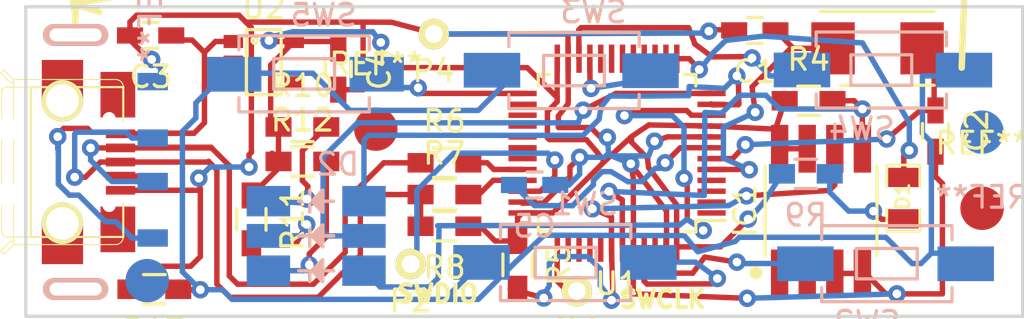
<source format=kicad_pcb>
(kicad_pcb (version 4) (host pcbnew 4.0.2-stable)

  (general
    (links 73)
    (no_connects 0)
    (area 18.402622 18.384759 88.673618 45.46844)
    (thickness 1.6)
    (drawings 8)
    (tracks 514)
    (zones 0)
    (modules 35)
    (nets 50)
  )

  (page A4)
  (layers
    (0 F.Cu signal)
    (31 B.Cu signal)
    (36 B.SilkS user hide)
    (37 F.SilkS user hide)
    (38 B.Mask user)
    (39 F.Mask user)
    (44 Edge.Cuts user)
  )

  (setup
    (last_trace_width 0.25)
    (trace_clearance 0.2)
    (zone_clearance 0.508)
    (zone_45_only no)
    (trace_min 0.2)
    (segment_width 0.2)
    (edge_width 0.15)
    (via_size 0.8)
    (via_drill 0.4)
    (via_min_size 0.4)
    (via_min_drill 0.3)
    (uvia_size 0.3)
    (uvia_drill 0.1)
    (uvias_allowed no)
    (uvia_min_size 0.2)
    (uvia_min_drill 0.1)
    (pcb_text_width 0.3)
    (pcb_text_size 1.5 1.5)
    (mod_edge_width 0.15)
    (mod_text_size 1 1)
    (mod_text_width 0.15)
    (pad_size 0.8 1.4)
    (pad_drill 0)
    (pad_to_mask_clearance 0)
    (aux_axis_origin 0 0)
    (visible_elements 7FFCF71F)
    (pcbplotparams
      (layerselection 0x010c0_80000001)
      (usegerberextensions false)
      (excludeedgelayer true)
      (linewidth 0.100000)
      (plotframeref false)
      (viasonmask false)
      (mode 1)
      (useauxorigin false)
      (hpglpennumber 1)
      (hpglpenspeed 20)
      (hpglpendiameter 15)
      (hpglpenoverlay 2)
      (psnegative false)
      (psa4output false)
      (plotreference true)
      (plotvalue true)
      (plotinvisibletext false)
      (padsonsilk false)
      (subtractmaskfromsilk false)
      (outputformat 1)
      (mirror false)
      (drillshape 0)
      (scaleselection 1)
      (outputdirectory board_mew2/))
  )

  (net 0 "")
  (net 1 +3V3)
  (net 2 "Net-(C3-Pad1)")
  (net 3 "Net-(C1-Pad1)")
  (net 4 "Net-(C2-Pad1)")
  (net 5 /USB_DP)
  (net 6 /USB_DM)
  (net 7 /SWDIO)
  (net 8 /SWCLK)
  (net 9 /BTN_1)
  (net 10 /BTN_2)
  (net 11 /BTN_3)
  (net 12 /BTN_4)
  (net 13 /BTN_5)
  (net 14 "Net-(U1-Pad1)")
  (net 15 "Net-(U1-Pad2)")
  (net 16 "Net-(U1-Pad3)")
  (net 17 "Net-(U1-Pad4)")
  (net 18 "Net-(U1-Pad18)")
  (net 19 "Net-(U1-Pad19)")
  (net 20 "Net-(U1-Pad20)")
  (net 21 "Net-(U1-Pad27)")
  (net 22 "Net-(U1-Pad28)")
  (net 23 "Net-(U1-Pad30)")
  (net 24 "Net-(U1-Pad31)")
  (net 25 "Net-(U1-Pad38)")
  (net 26 "Net-(U1-Pad39)")
  (net 27 "Net-(U1-Pad40)")
  (net 28 "Net-(U1-Pad41)")
  (net 29 GND)
  (net 30 /LED_READY)
  (net 31 "Net-(D1-Pad2)")
  (net 32 "Net-(D2-Pad4)")
  (net 33 "Net-(D2-Pad5)")
  (net 34 "Net-(D2-Pad6)")
  (net 35 /LED_R)
  (net 36 /LED_G)
  (net 37 /LED_B)
  (net 38 /I2C_SDA_1)
  (net 39 "Net-(P1-Pad3)")
  (net 40 "Net-(P1-Pad2)")
  (net 41 /I2C_SCL_1)
  (net 42 "Net-(R13-Pad1)")
  (net 43 "Net-(U1-Pad14)")
  (net 44 "Net-(U1-Pad15)")
  (net 45 "Net-(U1-Pad16)")
  (net 46 "Net-(U1-Pad17)")
  (net 47 "Net-(U1-Pad29)")
  (net 48 "Net-(U1-Pad26)")
  (net 49 "Net-(C5-Pad1)")

  (net_class Default "Это класс цепей по умолчанию."
    (clearance 0.2)
    (trace_width 0.25)
    (via_dia 0.8)
    (via_drill 0.4)
    (uvia_dia 0.3)
    (uvia_drill 0.1)
    (add_net +3V3)
    (add_net /BTN_1)
    (add_net /BTN_2)
    (add_net /BTN_3)
    (add_net /BTN_4)
    (add_net /BTN_5)
    (add_net /I2C_SCL_1)
    (add_net /I2C_SDA_1)
    (add_net /LED_B)
    (add_net /LED_G)
    (add_net /LED_R)
    (add_net /LED_READY)
    (add_net /SWCLK)
    (add_net /SWDIO)
    (add_net /USB_DM)
    (add_net /USB_DP)
    (add_net GND)
    (add_net "Net-(C1-Pad1)")
    (add_net "Net-(C2-Pad1)")
    (add_net "Net-(C3-Pad1)")
    (add_net "Net-(C5-Pad1)")
    (add_net "Net-(D1-Pad2)")
    (add_net "Net-(D2-Pad4)")
    (add_net "Net-(D2-Pad5)")
    (add_net "Net-(D2-Pad6)")
    (add_net "Net-(P1-Pad2)")
    (add_net "Net-(P1-Pad3)")
    (add_net "Net-(R13-Pad1)")
    (add_net "Net-(U1-Pad1)")
    (add_net "Net-(U1-Pad14)")
    (add_net "Net-(U1-Pad15)")
    (add_net "Net-(U1-Pad16)")
    (add_net "Net-(U1-Pad17)")
    (add_net "Net-(U1-Pad18)")
    (add_net "Net-(U1-Pad19)")
    (add_net "Net-(U1-Pad2)")
    (add_net "Net-(U1-Pad20)")
    (add_net "Net-(U1-Pad26)")
    (add_net "Net-(U1-Pad27)")
    (add_net "Net-(U1-Pad28)")
    (add_net "Net-(U1-Pad29)")
    (add_net "Net-(U1-Pad3)")
    (add_net "Net-(U1-Pad30)")
    (add_net "Net-(U1-Pad31)")
    (add_net "Net-(U1-Pad38)")
    (add_net "Net-(U1-Pad39)")
    (add_net "Net-(U1-Pad4)")
    (add_net "Net-(U1-Pad40)")
    (add_net "Net-(U1-Pad41)")
  )

  (module usb-male-A-smd:USB_A (layer B.Cu) (tedit 57B73ADD) (tstamp 57B7447A)
    (at 32.47356 36.02952 90)
    (descr "USB A connector")
    (tags "USB USB_A")
    (fp_text reference REF** (at 6.7 2 90) (layer B.SilkS)
      (effects (font (size 1 1) (thickness 0.15)) (justify mirror))
    )
    (fp_text value USB_A (at -6.9 2.1 90) (layer B.Fab)
      (effects (font (size 1 1) (thickness 0.15)) (justify mirror))
    )
    (pad 5 thru_hole oval (at -5.85 -1.45 90) (size 1 3) (drill oval 0.6 2.4) (layers *.Cu *.Mask B.SilkS))
    (pad 2 smd rect (at -0.9 2.1 90) (size 0.8 1.4) (layers B.Cu B.Mask)
      (net 40 "Net-(P1-Pad2)"))
    (pad 3 smd rect (at 1.1 2.1 90) (size 0.8 1.4) (layers B.Cu B.Mask)
      (net 39 "Net-(P1-Pad3)"))
    (pad 1 smd rect (at -3.5 2.1 90) (size 0.8 1.4) (layers B.Cu B.Mask)
      (net 2 "Net-(C3-Pad1)"))
    (pad 4 smd rect (at 3.7 2.1 90) (size 0.8 1.4) (layers B.Cu B.Mask)
      (net 29 GND))
    (pad 5 thru_hole oval (at 5.85 -1.45 90) (size 1 3) (drill oval 0.6 2.4) (layers *.Cu *.Mask B.SilkS))
    (model ${KIPRJMOD}/lib/3d/UE27AC54100.wrl
      (at (xyz 0 0 0))
      (scale (xyz 1 1 1))
      (rotate (xyz 0 0 0))
    )
  )

  (module user:USB_MICRO_B_SMD (layer F.Cu) (tedit 57B733F6) (tstamp 57B43EC1)
    (at 30.41904 36.03244 270)
    (fp_text reference CON1 (at -7.55 4.5 270) (layer F.SilkS)
      (effects (font (size 0.8128 0.8128) (thickness 0.0762)))
    )
    (fp_text value USB-MICRO-B (at 0 3.7 270) (layer F.SilkS)
      (effects (font (size 0.8128 0.8128) (thickness 0.0762)))
    )
    (fp_line (start -4 1.45) (end 4 1.45) (layer F.Fab) (width 0.05))
    (fp_line (start 4.09956 2.84988) (end 4.24942 2.70002) (layer F.SilkS) (width 0.0508))
    (fp_line (start 4.09956 2.84988) (end 3.64998 2.4003) (layer F.SilkS) (width 0.0508))
    (fp_line (start 3.64998 2.4003) (end 3.64998 2.25044) (layer F.SilkS) (width 0.0508))
    (fp_line (start -4.24942 2.70002) (end -4.09956 2.84988) (layer F.SilkS) (width 0.0508))
    (fp_line (start -4.09956 2.84988) (end -3.64998 2.4003) (layer F.SilkS) (width 0.0508))
    (fp_line (start -3.64998 2.4003) (end -3.64998 2.25044) (layer F.SilkS) (width 0.0508))
    (fp_line (start 3.79984 2.25044) (end 4.24942 2.70002) (layer F.SilkS) (width 0.0508))
    (fp_line (start -3.79984 2.25044) (end -4.24942 2.70002) (layer F.SilkS) (width 0.0508))
    (fp_line (start 1.99898 2.25044) (end 3.79984 2.25044) (layer F.SilkS) (width 0.0508))
    (fp_line (start -1.00076 2.25044) (end 1.00076 2.25044) (layer F.SilkS) (width 0.0508))
    (fp_line (start -3.79984 2.25044) (end -1.99898 2.25044) (layer F.SilkS) (width 0.0508))
    (fp_arc (start -3.2004 2.55016) (end -3.2004 2.79908) (angle 90) (layer F.SilkS) (width 0.0508))
    (fp_arc (start 3.2004 2.55016) (end 3.44932 2.55016) (angle 90) (layer F.SilkS) (width 0.0508))
    (fp_line (start 1.99898 2.79908) (end 3.2004 2.79908) (layer F.SilkS) (width 0.0508))
    (fp_line (start -1.00076 2.79908) (end 1.00076 2.79908) (layer F.SilkS) (width 0.0508))
    (fp_line (start -3.2004 2.79908) (end -1.99898 2.79908) (layer F.SilkS) (width 0.0508))
    (fp_line (start 3.44932 1.45034) (end 3.44932 2.55016) (layer F.SilkS) (width 0.0508))
    (fp_line (start -3.44932 1.45034) (end -3.44932 2.55016) (layer F.SilkS) (width 0.0508))
    (fp_line (start -3.79984 -2.4511) (end -3.79984 2.25044) (layer F.SilkS) (width 0.0508))
    (fp_line (start 3.79984 -2.4511) (end 3.79984 2.25044) (layer F.SilkS) (width 0.0508))
    (fp_arc (start -3.44932 -2.4511) (end -3.79984 -2.4511) (angle 90) (layer F.SilkS) (width 0.0508))
    (fp_arc (start 3.44932 -2.4511) (end 3.44932 -2.79908) (angle 90) (layer F.SilkS) (width 0.0508))
    (fp_line (start -3.44932 -2.79908) (end -1.89992 -2.79908) (layer F.SilkS) (width 0.09906))
    (fp_line (start 3.44932 -2.79908) (end 1.89992 -2.79908) (layer F.SilkS) (width 0.09906))
    (fp_line (start -3.44932 1.45034) (end -3.44932 -2.79908) (layer F.SilkS) (width 0.09906))
    (fp_line (start 3.44932 1.45034) (end 3.44932 -2.79908) (layer F.SilkS) (width 0.09906))
    (fp_line (start -3.44932 1.45034) (end 3.44932 1.45034) (layer F.SilkS) (width 0.09906))
    (pad "" thru_hole circle (at 2.825 0 270) (size 1.9 1.9) (drill 1.5) (layers *.Cu *.Mask F.SilkS))
    (pad "" np_thru_hole circle (at 2 -2.15 270) (size 0.6 0.6) (drill 0.6) (layers *.Cu *.Mask F.SilkS))
    (pad 1 smd rect (at -1.3 -2.675 270) (size 0.4 1.35) (layers F.Cu F.Mask)
      (net 2 "Net-(C3-Pad1)"))
    (pad 2 smd rect (at -0.65 -2.675 270) (size 0.4 1.35) (layers F.Cu F.Mask)
      (net 40 "Net-(P1-Pad2)"))
    (pad 3 smd rect (at 0 -2.675 270) (size 0.4 1.35) (layers F.Cu F.Mask)
      (net 39 "Net-(P1-Pad3)"))
    (pad 4 smd rect (at 0.65 -2.675 270) (size 0.4 1.35) (layers F.Cu F.Mask)
      (net 29 GND))
    (pad 4 smd rect (at 1.3 -2.675 270) (size 0.4 1.35) (layers F.Cu F.Mask)
      (net 29 GND))
    (pad 8 smd rect (at -3.8 0 270) (size 1.8 1.9) (layers F.Cu F.Mask))
    (pad 7 smd rect (at 3.8 0 270) (size 1.8 1.9) (layers F.Cu F.Mask))
    (pad 9 smd rect (at -3.1 -2.55 270) (size 2.1 1.6) (layers F.Cu F.Mask))
    (pad 6 smd rect (at 3.1 -2.55 270) (size 2.1 1.6) (layers F.Cu F.Mask))
    (pad "" thru_hole circle (at -2.825 0 270) (size 1.9 1.9) (drill 1.5) (layers *.Cu *.Mask F.SilkS))
    (pad "" np_thru_hole circle (at -2 -2.15 270) (size 0.6 0.6) (drill 0.6) (layers *.Cu *.Mask F.SilkS))
    (model ab2_usb/AB2_USB_MICRO_SMD.x3d
      (at (xyz 0 -0.108268 0))
      (scale (xyz 0.3937 0.3937 0.3937))
      (rotate (xyz 0 0 0))
    )
  )

  (module Buttons_Switches_SMD:SW_SPST_EVQPE1 (layer B.Cu) (tedit 57AF5B28) (tstamp 5757E6F5)
    (at 68.37172 40.71112)
    (descr "Light Touch Switch")
    (path /574ECE61)
    (attr smd)
    (fp_text reference SW2 (at -0.9 2.7) (layer B.SilkS)
      (effects (font (size 1 1) (thickness 0.15)) (justify mirror))
    )
    (fp_text value SW_PUSH (at 0 0) (layer B.Fab)
      (effects (font (size 1 1) (thickness 0.15)) (justify mirror))
    )
    (fp_line (start -1.4 0.7) (end 1.4 0.7) (layer B.SilkS) (width 0.15))
    (fp_line (start 1.4 0.7) (end 1.4 -0.7) (layer B.SilkS) (width 0.15))
    (fp_line (start 1.4 -0.7) (end -1.4 -0.7) (layer B.SilkS) (width 0.15))
    (fp_line (start -1.4 -0.7) (end -1.4 0.7) (layer B.SilkS) (width 0.15))
    (fp_line (start -3.95 2) (end 3.95 2) (layer B.CrtYd) (width 0.05))
    (fp_line (start 3.95 2) (end 3.95 -2) (layer B.CrtYd) (width 0.05))
    (fp_line (start 3.95 -2) (end -3.95 -2) (layer B.CrtYd) (width 0.05))
    (fp_line (start -3.95 -2) (end -3.95 2) (layer B.CrtYd) (width 0.05))
    (fp_line (start 3 1.75) (end 3 1.1) (layer B.SilkS) (width 0.15))
    (fp_line (start 3 -1.75) (end 3 -1.1) (layer B.SilkS) (width 0.15))
    (fp_line (start -3 -1.1) (end -3 -1.75) (layer B.SilkS) (width 0.15))
    (fp_line (start -3 1.75) (end -3 1.1) (layer B.SilkS) (width 0.15))
    (fp_line (start 3 1.75) (end -3 1.75) (layer B.SilkS) (width 0.15))
    (fp_line (start -3 -1.75) (end 3 -1.75) (layer B.SilkS) (width 0.15))
    (pad 2 smd rect (at 3.6322 0.00508) (size 2.6 1.6) (layers B.Cu B.Mask)
      (net 42 "Net-(R13-Pad1)"))
    (pad 1 smd rect (at -3.74904 0.00508) (size 2.6 1.6) (layers B.Cu B.Mask)
      (net 10 /BTN_2))
  )

  (module Buttons_Switches_SMD:SW_SPST_EVQPE1 (layer B.Cu) (tedit 57AF5AB2) (tstamp 5757E701)
    (at 68.11772 31.79572)
    (descr "Light Touch Switch")
    (path /574ECEBE)
    (attr smd)
    (fp_text reference SW4 (at -0.9 2.7) (layer B.SilkS)
      (effects (font (size 1 1) (thickness 0.15)) (justify mirror))
    )
    (fp_text value SW_PUSH (at 0 0) (layer B.Fab)
      (effects (font (size 1 1) (thickness 0.15)) (justify mirror))
    )
    (fp_line (start -1.4 0.7) (end 1.4 0.7) (layer B.SilkS) (width 0.15))
    (fp_line (start 1.4 0.7) (end 1.4 -0.7) (layer B.SilkS) (width 0.15))
    (fp_line (start 1.4 -0.7) (end -1.4 -0.7) (layer B.SilkS) (width 0.15))
    (fp_line (start -1.4 -0.7) (end -1.4 0.7) (layer B.SilkS) (width 0.15))
    (fp_line (start -3.95 2) (end 3.95 2) (layer B.CrtYd) (width 0.05))
    (fp_line (start 3.95 2) (end 3.95 -2) (layer B.CrtYd) (width 0.05))
    (fp_line (start 3.95 -2) (end -3.95 -2) (layer B.CrtYd) (width 0.05))
    (fp_line (start -3.95 -2) (end -3.95 2) (layer B.CrtYd) (width 0.05))
    (fp_line (start 3 1.75) (end 3 1.1) (layer B.SilkS) (width 0.15))
    (fp_line (start 3 -1.75) (end 3 -1.1) (layer B.SilkS) (width 0.15))
    (fp_line (start -3 -1.1) (end -3 -1.75) (layer B.SilkS) (width 0.15))
    (fp_line (start -3 1.75) (end -3 1.1) (layer B.SilkS) (width 0.15))
    (fp_line (start 3 1.75) (end -3 1.75) (layer B.SilkS) (width 0.15))
    (fp_line (start -3 -1.75) (end 3 -1.75) (layer B.SilkS) (width 0.15))
    (pad 2 smd rect (at 3.80238 0.00508) (size 2.6 1.6) (layers B.Cu B.Mask)
      (net 42 "Net-(R13-Pad1)"))
    (pad 1 smd rect (at -3.65252 -0.00254) (size 2.6 1.6) (layers B.Cu B.Mask)
      (net 12 /BTN_4))
  )

  (module Buttons_Switches_SMD:SW_SPST_EVQPE1 (layer B.Cu) (tedit 57AF59F1) (tstamp 5757E6EF)
    (at 53.58384 40.66032 180)
    (descr "Light Touch Switch")
    (path /574ECD82)
    (attr smd)
    (fp_text reference SW1 (at -0.9 2.7 180) (layer B.SilkS)
      (effects (font (size 1 1) (thickness 0.15)) (justify mirror))
    )
    (fp_text value SW_PUSH (at 0 0 180) (layer B.Fab)
      (effects (font (size 1 1) (thickness 0.15)) (justify mirror))
    )
    (fp_line (start -1.4 0.7) (end 1.4 0.7) (layer B.SilkS) (width 0.15))
    (fp_line (start 1.4 0.7) (end 1.4 -0.7) (layer B.SilkS) (width 0.15))
    (fp_line (start 1.4 -0.7) (end -1.4 -0.7) (layer B.SilkS) (width 0.15))
    (fp_line (start -1.4 -0.7) (end -1.4 0.7) (layer B.SilkS) (width 0.15))
    (fp_line (start -3.95 2) (end 3.95 2) (layer B.CrtYd) (width 0.05))
    (fp_line (start 3.95 2) (end 3.95 -2) (layer B.CrtYd) (width 0.05))
    (fp_line (start 3.95 -2) (end -3.95 -2) (layer B.CrtYd) (width 0.05))
    (fp_line (start -3.95 -2) (end -3.95 2) (layer B.CrtYd) (width 0.05))
    (fp_line (start 3 1.75) (end 3 1.1) (layer B.SilkS) (width 0.15))
    (fp_line (start 3 -1.75) (end 3 -1.1) (layer B.SilkS) (width 0.15))
    (fp_line (start -3 -1.1) (end -3 -1.75) (layer B.SilkS) (width 0.15))
    (fp_line (start -3 1.75) (end -3 1.1) (layer B.SilkS) (width 0.15))
    (fp_line (start 3 1.75) (end -3 1.75) (layer B.SilkS) (width 0.15))
    (fp_line (start -3 -1.75) (end 3 -1.75) (layer B.SilkS) (width 0.15))
    (pad 2 smd rect (at 3.8735 0.00762 180) (size 2.6 1.6) (layers B.Cu B.Mask)
      (net 42 "Net-(R13-Pad1)"))
    (pad 1 smd rect (at -3.81 0.00762 180) (size 2.6 1.6) (layers B.Cu B.Mask)
      (net 9 /BTN_1))
  )

  (module Buttons_Switches_SMD:SW_SPST_EVQPE1 (layer B.Cu) (tedit 57AF58B7) (tstamp 5757E6FB)
    (at 53.96992 31.82112 180)
    (descr "Light Touch Switch")
    (path /574ED098)
    (attr smd)
    (fp_text reference SW3 (at -0.9 2.7 180) (layer B.SilkS)
      (effects (font (size 1 1) (thickness 0.15)) (justify mirror))
    )
    (fp_text value SW_PUSH (at 0 0 180) (layer B.Fab)
      (effects (font (size 1 1) (thickness 0.15)) (justify mirror))
    )
    (fp_line (start -1.4 0.7) (end 1.4 0.7) (layer B.SilkS) (width 0.15))
    (fp_line (start 1.4 0.7) (end 1.4 -0.7) (layer B.SilkS) (width 0.15))
    (fp_line (start 1.4 -0.7) (end -1.4 -0.7) (layer B.SilkS) (width 0.15))
    (fp_line (start -1.4 -0.7) (end -1.4 0.7) (layer B.SilkS) (width 0.15))
    (fp_line (start -3.95 2) (end 3.95 2) (layer B.CrtYd) (width 0.05))
    (fp_line (start 3.95 2) (end 3.95 -2) (layer B.CrtYd) (width 0.05))
    (fp_line (start 3.95 -2) (end -3.95 -2) (layer B.CrtYd) (width 0.05))
    (fp_line (start -3.95 -2) (end -3.95 2) (layer B.CrtYd) (width 0.05))
    (fp_line (start 3 1.75) (end 3 1.1) (layer B.SilkS) (width 0.15))
    (fp_line (start 3 -1.75) (end 3 -1.1) (layer B.SilkS) (width 0.15))
    (fp_line (start -3 -1.1) (end -3 -1.75) (layer B.SilkS) (width 0.15))
    (fp_line (start -3 1.75) (end -3 1.1) (layer B.SilkS) (width 0.15))
    (fp_line (start 3 1.75) (end -3 1.75) (layer B.SilkS) (width 0.15))
    (fp_line (start -3 -1.75) (end 3 -1.75) (layer B.SilkS) (width 0.15))
    (pad 2 smd rect (at 3.77698 0.01524 180) (size 2.6 1.6) (layers B.Cu B.Mask)
      (net 42 "Net-(R13-Pad1)"))
    (pad 1 smd rect (at -3.52298 -0.00508 180) (size 2.6 1.6) (layers B.Cu B.Mask)
      (net 11 /BTN_3))
  )

  (module Measurement_Points:Measurement_Point_Round-SMD-Pad_Big (layer F.Cu) (tedit 57AC2ADB) (tstamp 57AC2B5E)
    (at 72.75576 38.16096)
    (descr "Mesurement Point, Round, SMD Pad, DM 3mm,")
    (tags "Mesurement Point Round SMD Pad 3mm")
    (attr virtual)
    (fp_text reference REF** (at 0 -3) (layer F.SilkS)
      (effects (font (size 1 1) (thickness 0.15)))
    )
    (fp_text value Measurement_Point_Round-SMD-Pad_Big (at 0 3) (layer F.Fab)
      (effects (font (size 1 1) (thickness 0.15)))
    )
    (fp_circle (center 0 0) (end 1.75 0) (layer F.CrtYd) (width 0.05))
    (pad 1 smd circle (at 0 0) (size 2 2) (layers F.Cu F.Mask))
  )

  (module Measurement_Points:Measurement_Point_Round-SMD-Pad_Big (layer B.Cu) (tedit 57AC2AA9) (tstamp 57AC2B0D)
    (at 34.32048 41.49344)
    (descr "Mesurement Point, Round, SMD Pad, DM 3mm,")
    (tags "Mesurement Point Round SMD Pad 3mm")
    (attr virtual)
    (fp_text reference REF** (at 0 3) (layer B.SilkS)
      (effects (font (size 1 1) (thickness 0.15)) (justify mirror))
    )
    (fp_text value Measurement_Point_Round-SMD-Pad_Big (at 0 -3) (layer B.Fab)
      (effects (font (size 1 1) (thickness 0.15)) (justify mirror))
    )
    (fp_circle (center 0 0) (end 1.75 0) (layer B.CrtYd) (width 0.05))
    (pad 1 smd circle (at 0 0) (size 2 2) (layers B.Cu B.Mask))
  )

  (module Buttons_Switches_SMD:SW_SPST_EVQPE1 (layer B.Cu) (tedit 57AC27CF) (tstamp 5757E707)
    (at 41.54424 31.97352 180)
    (descr "Light Touch Switch")
    (path /574ED031)
    (attr smd)
    (fp_text reference SW5 (at -0.9 2.7 180) (layer B.SilkS)
      (effects (font (size 1 1) (thickness 0.15)) (justify mirror))
    )
    (fp_text value SW_PUSH (at 0 0 180) (layer B.Fab)
      (effects (font (size 1 1) (thickness 0.15)) (justify mirror))
    )
    (fp_line (start -1.4 0.7) (end 1.4 0.7) (layer B.SilkS) (width 0.15))
    (fp_line (start 1.4 0.7) (end 1.4 -0.7) (layer B.SilkS) (width 0.15))
    (fp_line (start 1.4 -0.7) (end -1.4 -0.7) (layer B.SilkS) (width 0.15))
    (fp_line (start -1.4 -0.7) (end -1.4 0.7) (layer B.SilkS) (width 0.15))
    (fp_line (start -3.95 2) (end 3.95 2) (layer B.CrtYd) (width 0.05))
    (fp_line (start 3.95 2) (end 3.95 -2) (layer B.CrtYd) (width 0.05))
    (fp_line (start 3.95 -2) (end -3.95 -2) (layer B.CrtYd) (width 0.05))
    (fp_line (start -3.95 -2) (end -3.95 2) (layer B.CrtYd) (width 0.05))
    (fp_line (start 3 1.75) (end 3 1.1) (layer B.SilkS) (width 0.15))
    (fp_line (start 3 -1.75) (end 3 -1.1) (layer B.SilkS) (width 0.15))
    (fp_line (start -3 -1.1) (end -3 -1.75) (layer B.SilkS) (width 0.15))
    (fp_line (start -3 1.75) (end -3 1.1) (layer B.SilkS) (width 0.15))
    (fp_line (start 3 1.75) (end -3 1.75) (layer B.SilkS) (width 0.15))
    (fp_line (start -3 -1.75) (end 3 -1.75) (layer B.SilkS) (width 0.15))
    (pad 2 smd rect (at 3.21818 -0.01778 180) (size 2.5 1.6) (layers B.Cu B.Mask)
      (net 42 "Net-(R13-Pad1)"))
    (pad 1 smd rect (at -3.3401 -0.01524 180) (size 2.5 1.6) (layers B.Cu B.Mask)
      (net 13 /BTN_5))
  )

  (module Measurement_Points:Measurement_Point_Round-SMD-Pad_Big (layer F.Cu) (tedit 57AC2ADB) (tstamp 57AC24A9)
    (at 44.84624 34.5186)
    (descr "Mesurement Point, Round, SMD Pad, DM 3mm,")
    (tags "Mesurement Point Round SMD Pad 3mm")
    (attr virtual)
    (fp_text reference REF** (at 0 -3) (layer F.SilkS)
      (effects (font (size 1 1) (thickness 0.15)))
    )
    (fp_text value Measurement_Point_Round-SMD-Pad_Big (at 0 3) (layer F.Fab)
      (effects (font (size 1 1) (thickness 0.15)))
    )
    (fp_circle (center 0 0) (end 1.75 0) (layer F.CrtYd) (width 0.05))
    (pad 1 smd circle (at 0 0) (size 2 2) (layers F.Cu F.Mask))
  )

  (module user:SO-8_EP1 (layer F.Cu) (tedit 57A386AF) (tstamp 5757E683)
    (at 65.3415 38.2905 90)
    (descr "Alpha & Omega Semi Buck Regulators: http://www.aosmd.com/res/data_sheets/AOZ3015PI.pdf")
    (tags "SOIC 1.27 EP")
    (path /5757D3FC)
    (attr smd)
    (fp_text reference IC1 (at 0 -3.5 90) (layer F.SilkS)
      (effects (font (size 1 1) (thickness 0.15)))
    )
    (fp_text value ATSHA204A (at 0 3.5 90) (layer F.Fab) hide
      (effects (font (size 1 1) (thickness 0.15)))
    )
    (fp_circle (center -2.85 -3) (end -3 -3) (layer F.SilkS) (width 0.3))
    (fp_line (start -3.75 -2.75) (end -3.75 2.75) (layer F.CrtYd) (width 0.05))
    (fp_line (start 3.75 -2.75) (end 3.75 2.75) (layer F.CrtYd) (width 0.05))
    (fp_line (start -3.75 -2.75) (end 3.75 -2.75) (layer F.CrtYd) (width 0.05))
    (fp_line (start -3.75 2.75) (end 3.75 2.75) (layer F.CrtYd) (width 0.05))
    (fp_line (start -2.075 -2.575) (end 2.075 -2.575) (layer F.SilkS) (width 0.15))
    (fp_line (start -2.075 2.575) (end 2.075 2.575) (layer F.SilkS) (width 0.15))
    (pad 4 smd rect (at -2.87 -1.905 90) (size 2.2 0.8) (layers F.Cu F.Mask)
      (net 29 GND))
    (pad 4 smd rect (at -2.87 -0.635 90) (size 2.2 0.8) (layers F.Cu F.Mask)
      (net 29 GND))
    (pad 4 smd rect (at -2.87 0.635 90) (size 2.2 0.8) (layers F.Cu F.Mask)
      (net 29 GND))
    (pad 4 smd rect (at -2.87 1.905 90) (size 2.2 0.8) (layers F.Cu F.Mask)
      (net 29 GND))
    (pad 5 smd rect (at 2.87 1.905 90) (size 2.2 0.8) (layers F.Cu F.Mask)
      (net 38 /I2C_SDA_1))
    (pad 6 smd rect (at 2.87 0.635 90) (size 2.2 0.8) (layers F.Cu F.Mask)
      (net 41 /I2C_SCL_1))
    (pad 8 smd rect (at 2.87 -0.635 90) (size 2.2 0.8) (layers F.Cu F.Mask)
      (net 1 +3V3))
    (pad 8 smd rect (at 2.87 -1.905 90) (size 2.2 0.8) (layers F.Cu F.Mask)
      (net 1 +3V3))
    (model Housings_SOIC.3dshapes/SOIC-8-1EP_3.9x4.9mm_Pitch1.27mm.wrl
      (at (xyz 0 0 0))
      (scale (xyz 1 1 1))
      (rotate (xyz 0 0 0))
    )
  )

  (module Capacitors_SMD:C_0603_HandSoldering (layer F.Cu) (tedit 541A9B4D) (tstamp 5757E654)
    (at 62.2935 29.972 180)
    (descr "Capacitor SMD 0603, hand soldering")
    (tags "capacitor 0603")
    (path /574F2133)
    (attr smd)
    (fp_text reference C1 (at 0 -1.9 180) (layer F.SilkS)
      (effects (font (size 1 1) (thickness 0.15)))
    )
    (fp_text value 22 (at 0 1.9 180) (layer F.Fab)
      (effects (font (size 1 1) (thickness 0.15)))
    )
    (fp_line (start -1.85 -0.75) (end 1.85 -0.75) (layer F.CrtYd) (width 0.05))
    (fp_line (start -1.85 0.75) (end 1.85 0.75) (layer F.CrtYd) (width 0.05))
    (fp_line (start -1.85 -0.75) (end -1.85 0.75) (layer F.CrtYd) (width 0.05))
    (fp_line (start 1.85 -0.75) (end 1.85 0.75) (layer F.CrtYd) (width 0.05))
    (fp_line (start -0.35 -0.6) (end 0.35 -0.6) (layer F.SilkS) (width 0.15))
    (fp_line (start 0.35 0.6) (end -0.35 0.6) (layer F.SilkS) (width 0.15))
    (pad 1 smd rect (at -0.95 0 180) (size 1.2 0.75) (layers F.Cu F.Mask)
      (net 3 "Net-(C1-Pad1)"))
    (pad 2 smd rect (at 0.95 0 180) (size 1.2 0.75) (layers F.Cu F.Mask)
      (net 29 GND))
    (model Capacitors_SMD.3dshapes/C_0603_HandSoldering.wrl
      (at (xyz 0 0 0))
      (scale (xyz 1 1 1))
      (rotate (xyz 0 0 0))
    )
  )

  (module Capacitors_SMD:C_0603_HandSoldering (layer F.Cu) (tedit 541A9B4D) (tstamp 5757E65A)
    (at 70.612 34.6075 270)
    (descr "Capacitor SMD 0603, hand soldering")
    (tags "capacitor 0603")
    (path /574F21A6)
    (attr smd)
    (fp_text reference C2 (at 0 -1.9 270) (layer F.SilkS)
      (effects (font (size 1 1) (thickness 0.15)))
    )
    (fp_text value 22 (at 0 1.9 270) (layer F.Fab)
      (effects (font (size 1 1) (thickness 0.15)))
    )
    (fp_line (start -1.85 -0.75) (end 1.85 -0.75) (layer F.CrtYd) (width 0.05))
    (fp_line (start -1.85 0.75) (end 1.85 0.75) (layer F.CrtYd) (width 0.05))
    (fp_line (start -1.85 -0.75) (end -1.85 0.75) (layer F.CrtYd) (width 0.05))
    (fp_line (start 1.85 -0.75) (end 1.85 0.75) (layer F.CrtYd) (width 0.05))
    (fp_line (start -0.35 -0.6) (end 0.35 -0.6) (layer F.SilkS) (width 0.15))
    (fp_line (start 0.35 0.6) (end -0.35 0.6) (layer F.SilkS) (width 0.15))
    (pad 1 smd rect (at -0.95 0 270) (size 1.2 0.75) (layers F.Cu F.Mask)
      (net 4 "Net-(C2-Pad1)"))
    (pad 2 smd rect (at 0.95 0 270) (size 1.2 0.75) (layers F.Cu F.Mask)
      (net 29 GND))
    (model Capacitors_SMD.3dshapes/C_0603_HandSoldering.wrl
      (at (xyz 0 0 0))
      (scale (xyz 1 1 1))
      (rotate (xyz 0 0 0))
    )
  )

  (module Capacitors_SMD:C_0603_HandSoldering (layer F.Cu) (tedit 541A9B4D) (tstamp 5757E660)
    (at 34.47792 30.20568 180)
    (descr "Capacitor SMD 0603, hand soldering")
    (tags "capacitor 0603")
    (path /574F0287)
    (attr smd)
    (fp_text reference C3 (at 0 -1.9 180) (layer F.SilkS)
      (effects (font (size 1 1) (thickness 0.15)))
    )
    (fp_text value 100nf (at 0 1.9 180) (layer F.Fab)
      (effects (font (size 1 1) (thickness 0.15)))
    )
    (fp_line (start -1.85 -0.75) (end 1.85 -0.75) (layer F.CrtYd) (width 0.05))
    (fp_line (start -1.85 0.75) (end 1.85 0.75) (layer F.CrtYd) (width 0.05))
    (fp_line (start -1.85 -0.75) (end -1.85 0.75) (layer F.CrtYd) (width 0.05))
    (fp_line (start 1.85 -0.75) (end 1.85 0.75) (layer F.CrtYd) (width 0.05))
    (fp_line (start -0.35 -0.6) (end 0.35 -0.6) (layer F.SilkS) (width 0.15))
    (fp_line (start 0.35 0.6) (end -0.35 0.6) (layer F.SilkS) (width 0.15))
    (pad 1 smd rect (at -0.95 0 180) (size 1.2 0.75) (layers F.Cu F.Mask)
      (net 2 "Net-(C3-Pad1)"))
    (pad 2 smd rect (at 0.95 0 180) (size 1.2 0.75) (layers F.Cu F.Mask)
      (net 29 GND))
    (model Capacitors_SMD.3dshapes/C_0603_HandSoldering.wrl
      (at (xyz 0 0 0))
      (scale (xyz 1 1 1))
      (rotate (xyz 0 0 0))
    )
  )

  (module Capacitors_SMD:C_0603_HandSoldering (layer F.Cu) (tedit 541A9B4D) (tstamp 5757E666)
    (at 43.1165 31.75 270)
    (descr "Capacitor SMD 0603, hand soldering")
    (tags "capacitor 0603")
    (path /574F048C)
    (attr smd)
    (fp_text reference C4 (at 0 -1.9 270) (layer F.SilkS)
      (effects (font (size 1 1) (thickness 0.15)))
    )
    (fp_text value 1mf (at 0 1.9 270) (layer F.Fab)
      (effects (font (size 1 1) (thickness 0.15)))
    )
    (fp_line (start -1.85 -0.75) (end 1.85 -0.75) (layer F.CrtYd) (width 0.05))
    (fp_line (start -1.85 0.75) (end 1.85 0.75) (layer F.CrtYd) (width 0.05))
    (fp_line (start -1.85 -0.75) (end -1.85 0.75) (layer F.CrtYd) (width 0.05))
    (fp_line (start 1.85 -0.75) (end 1.85 0.75) (layer F.CrtYd) (width 0.05))
    (fp_line (start -0.35 -0.6) (end 0.35 -0.6) (layer F.SilkS) (width 0.15))
    (fp_line (start 0.35 0.6) (end -0.35 0.6) (layer F.SilkS) (width 0.15))
    (pad 1 smd rect (at -0.95 0 270) (size 1.2 0.75) (layers F.Cu F.Mask)
      (net 1 +3V3))
    (pad 2 smd rect (at 0.95 0 270) (size 1.2 0.75) (layers F.Cu F.Mask)
      (net 29 GND))
    (model Capacitors_SMD.3dshapes/C_0603_HandSoldering.wrl
      (at (xyz 0 0 0))
      (scale (xyz 1 1 1))
      (rotate (xyz 0 0 0))
    )
  )

  (module smd:SM0805 (layer F.Cu) (tedit 540D8220) (tstamp 5757E66C)
    (at 69.12864 37.6936 270)
    (path /57584AA2)
    (attr smd)
    (fp_text reference D1 (at -0.08128 0.03302 270) (layer F.SilkS)
      (effects (font (size 0.635 0.635) (thickness 0.127)))
    )
    (fp_text value YELLOW (at 0 0 270) (layer F.SilkS) hide
      (effects (font (size 0.635 0.635) (thickness 0.127)))
    )
    (fp_line (start -0.508 0.762) (end -1.524 0.762) (layer F.SilkS) (width 0.127))
    (fp_line (start -1.524 0.762) (end -1.524 -0.762) (layer F.SilkS) (width 0.127))
    (fp_line (start -1.524 -0.762) (end -0.508 -0.762) (layer F.SilkS) (width 0.127))
    (fp_line (start 0.508 -0.762) (end 1.524 -0.762) (layer F.SilkS) (width 0.127))
    (fp_line (start 1.524 -0.762) (end 1.524 0.762) (layer F.SilkS) (width 0.127))
    (fp_line (start 1.524 0.762) (end 0.508 0.762) (layer F.SilkS) (width 0.127))
    (pad 1 smd rect (at -0.9525 0 270) (size 0.889 1.397) (layers F.Cu F.Mask)
      (net 30 /LED_READY))
    (pad 2 smd rect (at 0.9525 0 270) (size 0.889 1.397) (layers F.Cu F.Mask)
      (net 31 "Net-(D1-Pad2)"))
    (model smd/chip_cms.wrl
      (at (xyz 0 0 0))
      (scale (xyz 0.1 0.1 0.1))
      (rotate (xyz 0 0 0))
    )
  )

  (module user:LED_5050_RGB (layer B.Cu) (tedit 5514A1B3) (tstamp 5757E676)
    (at 42.1005 39.4335 180)
    (path /575831EE)
    (fp_text reference D2 (at -1 3.3 180) (layer B.SilkS)
      (effects (font (size 1 1) (thickness 0.15)) (justify mirror))
    )
    (fp_text value LED_RGB_0505 (at 0 -3.3 180) (layer B.SilkS) hide
      (effects (font (size 1 1) (thickness 0.15)) (justify mirror))
    )
    (fp_circle (center 0 0) (end 0.3 0) (layer B.Adhes) (width 0.6))
    (fp_line (start 1.8 -1.5) (end 2.1 -1.5) (layer B.Fab) (width 0.15))
    (fp_line (start 1.8 -1.6) (end 1.8 -1.5) (layer B.Fab) (width 0.15))
    (fp_line (start 2.2 -1.6) (end 1.8 -1.6) (layer B.Fab) (width 0.15))
    (fp_line (start 2.2 -1.4) (end 2.2 -1.6) (layer B.Fab) (width 0.15))
    (fp_line (start 1.7 -1.4) (end 2.2 -1.4) (layer B.Fab) (width 0.15))
    (fp_line (start 1.7 -1.7) (end 1.7 -1.4) (layer B.Fab) (width 0.15))
    (fp_line (start 2.3 -1.7) (end 1.7 -1.7) (layer B.Fab) (width 0.15))
    (fp_line (start 2.3 -1.3) (end 2.3 -1.7) (layer B.Fab) (width 0.15))
    (fp_line (start 1.6 -1.3) (end 2.3 -1.3) (layer B.Fab) (width 0.15))
    (fp_line (start 1.6 -1.8) (end 1.6 -1.3) (layer B.Fab) (width 0.15))
    (fp_line (start 2.4 -1.8) (end 1.6 -1.8) (layer B.Fab) (width 0.15))
    (fp_line (start 2.4 -1.2) (end 2.4 -1.8) (layer B.Fab) (width 0.15))
    (fp_line (start 1.5 -1.2) (end 2.4 -1.2) (layer B.Fab) (width 0.15))
    (fp_line (start 1.5 -1.9) (end 1.5 -1.2) (layer B.Fab) (width 0.15))
    (fp_line (start 2.6 -1.9) (end 1.5 -1.9) (layer B.Fab) (width 0.15))
    (fp_line (start 2.6 -1.1) (end 2.6 -1.9) (layer B.Fab) (width 0.15))
    (fp_line (start 1.4 -1.1) (end 2.6 -1.1) (layer B.Fab) (width 0.15))
    (fp_line (start 1.4 -1.9) (end 1.4 -1.1) (layer B.Fab) (width 0.15))
    (fp_line (start 1.3 -2) (end 1.4 -1.9) (layer B.Fab) (width 0.15))
    (fp_line (start 2.7 -2) (end 1.3 -2) (layer B.Fab) (width 0.15))
    (fp_line (start 2.7 -1) (end 2.7 -2) (layer B.Fab) (width 0.15))
    (fp_line (start 1.3 -1) (end 2.7 -1) (layer B.Fab) (width 0.15))
    (fp_line (start 1.3 -2) (end 1.3 -1) (layer B.Fab) (width 0.15))
    (fp_line (start 1.7 0) (end 2.1 0) (layer B.Fab) (width 0.15))
    (fp_line (start 1.7 -0.1) (end 1.7 0) (layer B.Fab) (width 0.15))
    (fp_line (start 2.2 -0.1) (end 1.7 -0.1) (layer B.Fab) (width 0.15))
    (fp_line (start 2.2 0.1) (end 2.2 -0.1) (layer B.Fab) (width 0.15))
    (fp_line (start 1.6 0.1) (end 2.2 0.1) (layer B.Fab) (width 0.15))
    (fp_line (start 1.6 -0.2) (end 1.6 0.1) (layer B.Fab) (width 0.15))
    (fp_line (start 2.3 -0.2) (end 1.6 -0.2) (layer B.Fab) (width 0.15))
    (fp_line (start 2.3 0.2) (end 2.3 -0.2) (layer B.Fab) (width 0.15))
    (fp_line (start 1.5 0.2) (end 2.3 0.2) (layer B.Fab) (width 0.15))
    (fp_line (start 1.5 -0.3) (end 1.5 0.2) (layer B.Fab) (width 0.15))
    (fp_line (start 2.4 -0.3) (end 1.5 -0.3) (layer B.Fab) (width 0.15))
    (fp_line (start 2.4 0.3) (end 2.4 -0.3) (layer B.Fab) (width 0.15))
    (fp_line (start 1.4 0.3) (end 2.4 0.3) (layer B.Fab) (width 0.15))
    (fp_line (start 1.4 -0.4) (end 1.4 0.3) (layer B.Fab) (width 0.15))
    (fp_line (start 2.7 -0.4) (end 1.3 -0.4) (layer B.Fab) (width 0.15))
    (fp_line (start 2.6 0.4) (end 2.6 -0.4) (layer B.Fab) (width 0.15))
    (fp_line (start 1.3 0.4) (end 2.7 0.4) (layer B.Fab) (width 0.15))
    (fp_line (start 1.3 -0.4) (end 1.3 0.4) (layer B.Fab) (width 0.15))
    (fp_line (start 2.7 0.4) (end 2.7 -0.4) (layer B.Fab) (width 0.15))
    (fp_line (start 2.2 1.5) (end 1.8 1.5) (layer B.Fab) (width 0.15))
    (fp_line (start 2.2 1.4) (end 2.2 1.5) (layer B.Fab) (width 0.15))
    (fp_line (start 1.7 1.4) (end 2.2 1.4) (layer B.Fab) (width 0.15))
    (fp_line (start 1.7 1.6) (end 1.7 1.4) (layer B.Fab) (width 0.15))
    (fp_line (start 2.3 1.6) (end 1.7 1.6) (layer B.Fab) (width 0.15))
    (fp_line (start 2.3 1.3) (end 2.3 1.6) (layer B.Fab) (width 0.15))
    (fp_line (start 1.6 1.3) (end 2.3 1.3) (layer B.Fab) (width 0.15))
    (fp_line (start 1.6 1.7) (end 1.6 1.3) (layer B.Fab) (width 0.15))
    (fp_line (start 2.4 1.7) (end 1.6 1.7) (layer B.Fab) (width 0.15))
    (fp_line (start 2.4 1.2) (end 2.4 1.7) (layer B.Fab) (width 0.15))
    (fp_line (start 1.5 1.2) (end 2.4 1.2) (layer B.Fab) (width 0.15))
    (fp_line (start 1.5 1.8) (end 1.5 1.2) (layer B.Fab) (width 0.15))
    (fp_line (start 2.6 1.8) (end 1.5 1.8) (layer B.Fab) (width 0.15))
    (fp_line (start 2.6 1.1) (end 2.6 1.8) (layer B.Fab) (width 0.15))
    (fp_line (start 1.4 1.1) (end 2.6 1.1) (layer B.Fab) (width 0.15))
    (fp_line (start 1.4 1.9) (end 1.4 1.1) (layer B.Fab) (width 0.15))
    (fp_line (start 2.6 1.9) (end 1.4 1.9) (layer B.Fab) (width 0.15))
    (fp_line (start 2.7 2) (end 2.6 1.9) (layer B.Fab) (width 0.15))
    (fp_line (start 2.7 1) (end 2.7 2) (layer B.Fab) (width 0.15))
    (fp_line (start 1.3 1) (end 2.7 1) (layer B.Fab) (width 0.15))
    (fp_line (start 1.3 2) (end 1.3 1) (layer B.Fab) (width 0.15))
    (fp_line (start 2.7 2) (end 1.3 2) (layer B.Fab) (width 0.15))
    (fp_line (start -2.1 -1.5) (end -1.8 -1.5) (layer B.Fab) (width 0.15))
    (fp_line (start -2.1 -1.6) (end -2.1 -1.5) (layer B.Fab) (width 0.15))
    (fp_line (start -1.7 -1.6) (end -2.1 -1.6) (layer B.Fab) (width 0.15))
    (fp_line (start -1.7 -1.4) (end -1.7 -1.6) (layer B.Fab) (width 0.15))
    (fp_line (start -2.2 -1.4) (end -1.7 -1.4) (layer B.Fab) (width 0.15))
    (fp_line (start -2.2 -1.7) (end -2.2 -1.4) (layer B.Fab) (width 0.15))
    (fp_line (start -1.6 -1.7) (end -2.2 -1.7) (layer B.Fab) (width 0.15))
    (fp_line (start -1.6 -1.3) (end -1.6 -1.7) (layer B.Fab) (width 0.15))
    (fp_line (start -2.3 -1.3) (end -1.6 -1.3) (layer B.Fab) (width 0.15))
    (fp_line (start -2.3 -1.8) (end -2.3 -1.3) (layer B.Fab) (width 0.15))
    (fp_line (start -1.5 -1.8) (end -2.3 -1.8) (layer B.Fab) (width 0.15))
    (fp_line (start -1.5 -1.2) (end -1.5 -1.8) (layer B.Fab) (width 0.15))
    (fp_line (start -2.4 -1.2) (end -1.5 -1.2) (layer B.Fab) (width 0.15))
    (fp_line (start -2.4 -1.9) (end -2.4 -1.2) (layer B.Fab) (width 0.15))
    (fp_line (start -1.4 -1.9) (end -2.4 -1.9) (layer B.Fab) (width 0.15))
    (fp_line (start -1.4 -1.1) (end -1.4 -1.9) (layer B.Fab) (width 0.15))
    (fp_line (start -2.6 -1.1) (end -1.4 -1.1) (layer B.Fab) (width 0.15))
    (fp_line (start -2.6 -1.9) (end -2.6 -1.1) (layer B.Fab) (width 0.15))
    (fp_line (start -2.7 -2) (end -2.6 -1.9) (layer B.Fab) (width 0.15))
    (fp_line (start -1.3 -2) (end -2.7 -2) (layer B.Fab) (width 0.15))
    (fp_line (start -1.3 -1) (end -1.3 -2) (layer B.Fab) (width 0.15))
    (fp_line (start -2.7 -1) (end -1.3 -1) (layer B.Fab) (width 0.15))
    (fp_line (start -2.7 -2) (end -2.7 -1) (layer B.Fab) (width 0.15))
    (fp_line (start -2.2 0) (end -1.8 0) (layer B.Fab) (width 0.15))
    (fp_line (start -2.2 -0.1) (end -2.2 0) (layer B.Fab) (width 0.15))
    (fp_line (start -1.7 -0.1) (end -2.2 -0.1) (layer B.Fab) (width 0.15))
    (fp_line (start -1.7 0.1) (end -1.7 -0.1) (layer B.Fab) (width 0.15))
    (fp_line (start -2.3 0.1) (end -1.7 0.1) (layer B.Fab) (width 0.15))
    (fp_line (start -2.3 -0.2) (end -2.3 0.1) (layer B.Fab) (width 0.15))
    (fp_line (start -1.6 -0.2) (end -2.3 -0.2) (layer B.Fab) (width 0.15))
    (fp_line (start -1.6 0.2) (end -1.6 -0.2) (layer B.Fab) (width 0.15))
    (fp_line (start -2.4 0.2) (end -1.6 0.2) (layer B.Fab) (width 0.15))
    (fp_line (start -2.4 -0.3) (end -2.4 0.2) (layer B.Fab) (width 0.15))
    (fp_line (start -1.5 -0.3) (end -2.4 -0.3) (layer B.Fab) (width 0.15))
    (fp_line (start -1.5 0.3) (end -1.5 -0.3) (layer B.Fab) (width 0.15))
    (fp_line (start -2.6 0.3) (end -1.5 0.3) (layer B.Fab) (width 0.15))
    (fp_line (start -2.6 -0.4) (end -2.6 0.3) (layer B.Fab) (width 0.15))
    (fp_line (start -1.3 -0.4) (end -2.7 -0.4) (layer B.Fab) (width 0.15))
    (fp_line (start -1.4 0.4) (end -1.4 -0.4) (layer B.Fab) (width 0.15))
    (fp_line (start -2.7 0.4) (end -1.3 0.4) (layer B.Fab) (width 0.15))
    (fp_line (start -2.2 1.5) (end -1.8 1.5) (layer B.Fab) (width 0.15))
    (fp_line (start -2.2 1.4) (end -2.2 1.5) (layer B.Fab) (width 0.15))
    (fp_line (start -1.7 1.4) (end -2.2 1.4) (layer B.Fab) (width 0.15))
    (fp_line (start -1.7 1.6) (end -1.7 1.4) (layer B.Fab) (width 0.15))
    (fp_line (start -2.3 1.6) (end -1.7 1.6) (layer B.Fab) (width 0.15))
    (fp_line (start -2.3 1.3) (end -2.3 1.6) (layer B.Fab) (width 0.15))
    (fp_line (start -1.6 1.3) (end -2.3 1.3) (layer B.Fab) (width 0.15))
    (fp_line (start -1.6 1.7) (end -1.6 1.3) (layer B.Fab) (width 0.15))
    (fp_line (start -2.3 1.7) (end -1.6 1.7) (layer B.Fab) (width 0.15))
    (fp_line (start -2.4 1.2) (end -2.4 1.8) (layer B.Fab) (width 0.15))
    (fp_line (start -1.5 1.2) (end -2.4 1.2) (layer B.Fab) (width 0.15))
    (fp_line (start -1.5 1.8) (end -1.5 1.2) (layer B.Fab) (width 0.15))
    (fp_line (start -2.4 1.8) (end -1.5 1.8) (layer B.Fab) (width 0.15))
    (fp_line (start -2.6 1.1) (end -2.6 1.9) (layer B.Fab) (width 0.15))
    (fp_line (start -1.4 1.1) (end -2.6 1.1) (layer B.Fab) (width 0.15))
    (fp_line (start -1.4 1.9) (end -1.4 1.1) (layer B.Fab) (width 0.15))
    (fp_line (start -2.6 1.9) (end -1.4 1.9) (layer B.Fab) (width 0.15))
    (fp_line (start -2.7 -0.4) (end -2.7 0.4) (layer B.Fab) (width 0.15))
    (fp_line (start -1.3 0.4) (end -1.3 -0.4) (layer B.Fab) (width 0.15))
    (fp_line (start -1.3 1) (end -2.7 1) (layer B.Fab) (width 0.15))
    (fp_line (start -1.3 2) (end -1.3 1) (layer B.Fab) (width 0.15))
    (fp_line (start -2.7 2) (end -1.3 2) (layer B.Fab) (width 0.15))
    (fp_line (start -2.7 1) (end -2.7 2) (layer B.Fab) (width 0.15))
    (fp_line (start -2.5 2.4) (end -2.4 2.5) (layer B.Fab) (width 0.1))
    (fp_line (start -2.4 2.5) (end -2.3 2.5) (layer B.Fab) (width 0.1))
    (fp_line (start -2.3 2.5) (end -2.5 2.3) (layer B.Fab) (width 0.1))
    (fp_line (start -2.5 2.3) (end -2.5 2.2) (layer B.Fab) (width 0.1))
    (fp_line (start -2.5 2.2) (end -2.2 2.5) (layer B.Fab) (width 0.1))
    (fp_line (start -2.2 2.5) (end -2.1 2.5) (layer B.Fab) (width 0.1))
    (fp_line (start -2.1 2.5) (end -2.5 2.1) (layer B.Fab) (width 0.1))
    (fp_line (start 0 1.7) (end 0 1.5) (layer B.SilkS) (width 0.15))
    (fp_line (start -0.1 1.8) (end 0 1.7) (layer B.SilkS) (width 0.15))
    (fp_line (start -0.1 1.4) (end -0.1 1.8) (layer B.SilkS) (width 0.15))
    (fp_line (start -0.2 1.3) (end -0.1 1.4) (layer B.SilkS) (width 0.15))
    (fp_line (start -0.2 2) (end -0.2 1.3) (layer B.SilkS) (width 0.15))
    (fp_line (start -0.3 2.1) (end -0.2 2) (layer B.SilkS) (width 0.15))
    (fp_line (start -0.3 1.1) (end -0.3 2.1) (layer B.SilkS) (width 0.15))
    (fp_line (start 0.2 1.6) (end -0.3 1.1) (layer B.SilkS) (width 0.15))
    (fp_line (start -0.3 2.1) (end 0.2 1.6) (layer B.SilkS) (width 0.15))
    (fp_line (start 0.3 2.1) (end 0.3 1.1) (layer B.SilkS) (width 0.15))
    (fp_line (start -0.8 1.6) (end 0.8 1.6) (layer B.SilkS) (width 0.15))
    (fp_line (start -0.8 1.6) (end 0.8 1.6) (layer B.SilkS) (width 0.15))
    (fp_line (start 0.3 2.1) (end 0.3 1.1) (layer B.SilkS) (width 0.15))
    (fp_line (start -0.3 2.1) (end 0.2 1.6) (layer B.SilkS) (width 0.15))
    (fp_line (start 0.2 1.6) (end -0.3 1.1) (layer B.SilkS) (width 0.15))
    (fp_line (start -0.3 1.1) (end -0.3 2.1) (layer B.SilkS) (width 0.15))
    (fp_line (start -0.3 2.1) (end -0.2 2) (layer B.SilkS) (width 0.15))
    (fp_line (start -0.2 2) (end -0.2 1.3) (layer B.SilkS) (width 0.15))
    (fp_line (start -0.2 1.3) (end -0.1 1.4) (layer B.SilkS) (width 0.15))
    (fp_line (start -0.1 1.4) (end -0.1 1.8) (layer B.SilkS) (width 0.15))
    (fp_line (start -0.1 1.8) (end 0 1.7) (layer B.SilkS) (width 0.15))
    (fp_line (start 0 1.7) (end 0 1.5) (layer B.SilkS) (width 0.15))
    (fp_line (start 0 1.7) (end 0 1.5) (layer B.SilkS) (width 0.15))
    (fp_line (start -0.1 1.8) (end 0 1.7) (layer B.SilkS) (width 0.15))
    (fp_line (start -0.1 1.4) (end -0.1 1.8) (layer B.SilkS) (width 0.15))
    (fp_line (start -0.2 1.3) (end -0.1 1.4) (layer B.SilkS) (width 0.15))
    (fp_line (start -0.2 2) (end -0.2 1.3) (layer B.SilkS) (width 0.15))
    (fp_line (start -0.3 2.1) (end -0.2 2) (layer B.SilkS) (width 0.15))
    (fp_line (start -0.3 1.1) (end -0.3 2.1) (layer B.SilkS) (width 0.15))
    (fp_line (start 0.2 1.6) (end -0.3 1.1) (layer B.SilkS) (width 0.15))
    (fp_line (start -0.3 2.1) (end 0.2 1.6) (layer B.SilkS) (width 0.15))
    (fp_line (start 0.3 2.1) (end 0.3 1.1) (layer B.SilkS) (width 0.15))
    (fp_line (start -0.8 1.6) (end 0.8 1.6) (layer B.SilkS) (width 0.15))
    (fp_line (start -0.8 1.6) (end 0.8 1.6) (layer B.SilkS) (width 0.15))
    (fp_line (start 0.3 2.1) (end 0.3 1.1) (layer B.SilkS) (width 0.15))
    (fp_line (start -0.3 2.1) (end 0.2 1.6) (layer B.SilkS) (width 0.15))
    (fp_line (start 0.2 1.6) (end -0.3 1.1) (layer B.SilkS) (width 0.15))
    (fp_line (start -0.3 1.1) (end -0.3 2.1) (layer B.SilkS) (width 0.15))
    (fp_line (start -0.3 2.1) (end -0.2 2) (layer B.SilkS) (width 0.15))
    (fp_line (start -0.2 2) (end -0.2 1.3) (layer B.SilkS) (width 0.15))
    (fp_line (start -0.2 1.3) (end -0.1 1.4) (layer B.SilkS) (width 0.15))
    (fp_line (start -0.1 1.4) (end -0.1 1.8) (layer B.SilkS) (width 0.15))
    (fp_line (start -0.1 1.8) (end 0 1.7) (layer B.SilkS) (width 0.15))
    (fp_line (start 0 1.7) (end 0 1.5) (layer B.SilkS) (width 0.15))
    (fp_line (start 0 -1.5) (end 0 -1.7) (layer B.SilkS) (width 0.15))
    (fp_line (start -0.1 -1.4) (end 0 -1.5) (layer B.SilkS) (width 0.15))
    (fp_line (start -0.1 -1.8) (end -0.1 -1.4) (layer B.SilkS) (width 0.15))
    (fp_line (start -0.2 -1.9) (end -0.1 -1.8) (layer B.SilkS) (width 0.15))
    (fp_line (start -0.2 -1.2) (end -0.2 -1.9) (layer B.SilkS) (width 0.15))
    (fp_line (start -0.3 -1.1) (end -0.2 -1.2) (layer B.SilkS) (width 0.15))
    (fp_line (start -0.3 -2.1) (end -0.3 -1.1) (layer B.SilkS) (width 0.15))
    (fp_line (start 0.2 -1.6) (end -0.3 -2.1) (layer B.SilkS) (width 0.15))
    (fp_line (start -0.3 -1.1) (end 0.2 -1.6) (layer B.SilkS) (width 0.15))
    (fp_line (start 0.3 -1.1) (end 0.3 -2.1) (layer B.SilkS) (width 0.15))
    (fp_line (start -0.8 -1.6) (end 0.8 -1.6) (layer B.SilkS) (width 0.15))
    (fp_line (start -0.8 -1.6) (end 0.8 -1.6) (layer B.SilkS) (width 0.15))
    (fp_line (start 0.3 -1.1) (end 0.3 -2.1) (layer B.SilkS) (width 0.15))
    (fp_line (start -0.3 -1.1) (end 0.2 -1.6) (layer B.SilkS) (width 0.15))
    (fp_line (start 0.2 -1.6) (end -0.3 -2.1) (layer B.SilkS) (width 0.15))
    (fp_line (start -0.3 -2.1) (end -0.3 -1.1) (layer B.SilkS) (width 0.15))
    (fp_line (start -0.3 -1.1) (end -0.2 -1.2) (layer B.SilkS) (width 0.15))
    (fp_line (start -0.2 -1.2) (end -0.2 -1.9) (layer B.SilkS) (width 0.15))
    (fp_line (start -0.2 -1.9) (end -0.1 -1.8) (layer B.SilkS) (width 0.15))
    (fp_line (start -0.1 -1.8) (end -0.1 -1.4) (layer B.SilkS) (width 0.15))
    (fp_line (start -0.1 -1.4) (end 0 -1.5) (layer B.SilkS) (width 0.15))
    (fp_line (start 0 -1.5) (end 0 -1.7) (layer B.SilkS) (width 0.15))
    (fp_line (start 0 -1.5) (end 0 -1.7) (layer B.SilkS) (width 0.15))
    (fp_line (start -0.1 -1.4) (end 0 -1.5) (layer B.SilkS) (width 0.15))
    (fp_line (start -0.1 -1.8) (end -0.1 -1.4) (layer B.SilkS) (width 0.15))
    (fp_line (start -0.2 -1.9) (end -0.1 -1.8) (layer B.SilkS) (width 0.15))
    (fp_line (start -0.2 -1.2) (end -0.2 -1.9) (layer B.SilkS) (width 0.15))
    (fp_line (start -0.3 -1.1) (end -0.2 -1.2) (layer B.SilkS) (width 0.15))
    (fp_line (start -0.3 -2.1) (end -0.3 -1.1) (layer B.SilkS) (width 0.15))
    (fp_line (start 0.2 -1.6) (end -0.3 -2.1) (layer B.SilkS) (width 0.15))
    (fp_line (start -0.3 -1.1) (end 0.2 -1.6) (layer B.SilkS) (width 0.15))
    (fp_line (start 0.3 -1.1) (end 0.3 -2.1) (layer B.SilkS) (width 0.15))
    (fp_line (start -0.8 -1.6) (end 0.8 -1.6) (layer B.SilkS) (width 0.15))
    (fp_line (start -0.8 -1.6) (end 0.8 -1.6) (layer B.SilkS) (width 0.15))
    (fp_line (start 0.3 -1.1) (end 0.3 -2.1) (layer B.SilkS) (width 0.15))
    (fp_line (start -0.3 -1.1) (end 0.2 -1.6) (layer B.SilkS) (width 0.15))
    (fp_line (start 0.2 -1.6) (end -0.3 -2.1) (layer B.SilkS) (width 0.15))
    (fp_line (start -0.3 -2.1) (end -0.3 -1.1) (layer B.SilkS) (width 0.15))
    (fp_line (start -0.3 -1.1) (end -0.2 -1.2) (layer B.SilkS) (width 0.15))
    (fp_line (start -0.2 -1.2) (end -0.2 -1.9) (layer B.SilkS) (width 0.15))
    (fp_line (start -0.2 -1.9) (end -0.1 -1.8) (layer B.SilkS) (width 0.15))
    (fp_line (start -0.1 -1.8) (end -0.1 -1.4) (layer B.SilkS) (width 0.15))
    (fp_line (start -0.1 -1.4) (end 0 -1.5) (layer B.SilkS) (width 0.15))
    (fp_line (start 0 -1.5) (end 0 -1.7) (layer B.SilkS) (width 0.15))
    (fp_line (start 0 0.1) (end 0 -0.1) (layer B.SilkS) (width 0.15))
    (fp_line (start -0.1 0.2) (end 0 0.1) (layer B.SilkS) (width 0.15))
    (fp_line (start -0.1 -0.2) (end -0.1 0.2) (layer B.SilkS) (width 0.15))
    (fp_line (start -0.2 -0.3) (end -0.1 -0.2) (layer B.SilkS) (width 0.15))
    (fp_line (start -0.2 0.4) (end -0.2 -0.3) (layer B.SilkS) (width 0.15))
    (fp_line (start -0.3 0.5) (end -0.2 0.4) (layer B.SilkS) (width 0.15))
    (fp_line (start -0.3 -0.5) (end -0.3 0.5) (layer B.SilkS) (width 0.15))
    (fp_line (start 0.2 0) (end -0.3 -0.5) (layer B.SilkS) (width 0.15))
    (fp_line (start -0.3 0.5) (end 0.2 0) (layer B.SilkS) (width 0.15))
    (fp_line (start 0.3 0.5) (end 0.3 -0.5) (layer B.SilkS) (width 0.15))
    (fp_line (start -0.8 0) (end 0.8 0) (layer B.SilkS) (width 0.15))
    (fp_line (start -0.8 0) (end 0.8 0) (layer B.SilkS) (width 0.15))
    (fp_line (start 0.3 0.5) (end 0.3 -0.5) (layer B.SilkS) (width 0.15))
    (fp_line (start -0.3 0.5) (end 0.2 0) (layer B.SilkS) (width 0.15))
    (fp_line (start 0.2 0) (end -0.3 -0.5) (layer B.SilkS) (width 0.15))
    (fp_line (start -0.3 -0.5) (end -0.3 0.5) (layer B.SilkS) (width 0.15))
    (fp_line (start -0.3 0.5) (end -0.2 0.4) (layer B.SilkS) (width 0.15))
    (fp_line (start -0.2 0.4) (end -0.2 -0.3) (layer B.SilkS) (width 0.15))
    (fp_line (start -0.2 -0.3) (end -0.1 -0.2) (layer B.SilkS) (width 0.15))
    (fp_line (start -0.1 -0.2) (end -0.1 0.2) (layer B.SilkS) (width 0.15))
    (fp_line (start -0.1 0.2) (end 0 0.1) (layer B.SilkS) (width 0.15))
    (fp_line (start 0 0.1) (end 0 -0.1) (layer B.SilkS) (width 0.15))
    (fp_line (start 0 0.1) (end 0 -0.1) (layer B.SilkS) (width 0.15))
    (fp_line (start -0.1 0.2) (end 0 0.1) (layer B.SilkS) (width 0.15))
    (fp_line (start -0.1 -0.2) (end -0.1 0.2) (layer B.SilkS) (width 0.15))
    (fp_line (start -0.2 -0.3) (end -0.1 -0.2) (layer B.SilkS) (width 0.15))
    (fp_line (start -0.2 0.4) (end -0.2 -0.3) (layer B.SilkS) (width 0.15))
    (fp_line (start -0.3 0.5) (end -0.2 0.4) (layer B.SilkS) (width 0.15))
    (fp_line (start -0.3 -0.5) (end -0.3 0.5) (layer B.SilkS) (width 0.15))
    (fp_line (start 0.2 0) (end -0.3 -0.5) (layer B.SilkS) (width 0.15))
    (fp_line (start -0.3 0.5) (end 0.2 0) (layer B.SilkS) (width 0.15))
    (fp_line (start 0.3 0.5) (end 0.3 -0.5) (layer B.SilkS) (width 0.15))
    (fp_line (start -0.8 0) (end 0.8 0) (layer B.SilkS) (width 0.15))
    (fp_line (start -0.8 0) (end 0.8 0) (layer B.SilkS) (width 0.15))
    (fp_line (start 0.3 0.5) (end 0.3 -0.5) (layer B.SilkS) (width 0.15))
    (fp_line (start -0.3 0.5) (end 0.2 0) (layer B.SilkS) (width 0.15))
    (fp_line (start 0.2 0) (end -0.3 -0.5) (layer B.SilkS) (width 0.15))
    (fp_line (start -0.3 -0.5) (end -0.3 0.5) (layer B.SilkS) (width 0.15))
    (fp_line (start -0.3 0.5) (end -0.2 0.4) (layer B.SilkS) (width 0.15))
    (fp_line (start -0.2 0.4) (end -0.2 -0.3) (layer B.SilkS) (width 0.15))
    (fp_line (start -0.2 -0.3) (end -0.1 -0.2) (layer B.SilkS) (width 0.15))
    (fp_line (start -0.1 -0.2) (end -0.1 0.2) (layer B.SilkS) (width 0.15))
    (fp_line (start -0.1 0.2) (end 0 0.1) (layer B.SilkS) (width 0.15))
    (fp_line (start 0 0.1) (end 0 -0.1) (layer B.SilkS) (width 0.15))
    (fp_circle (center 0 0) (end 0 2) (layer B.Fab) (width 0.127))
    (fp_line (start -2.5 2.5) (end 2.5 2.5) (layer B.Fab) (width 0.127))
    (fp_line (start 2.5 2.5) (end 2.5 -2.5) (layer B.Fab) (width 0.127))
    (fp_line (start 2.5 -2.5) (end -2.5 -2.5) (layer B.Fab) (width 0.127))
    (fp_line (start -2.5 -2.5) (end -2.5 2.5) (layer B.Fab) (width 0.127))
    (pad 4 smd rect (at 2.2 -1.6 180) (size 2 1.4) (layers B.Cu B.Mask)
      (net 32 "Net-(D2-Pad4)"))
    (pad 5 smd rect (at 2.2 0 180) (size 2 1.1) (layers B.Cu B.Mask)
      (net 33 "Net-(D2-Pad5)"))
    (pad 6 smd rect (at 2.2 1.6 180) (size 2 1.4) (layers B.Cu B.Mask)
      (net 34 "Net-(D2-Pad6)"))
    (pad 1 smd rect (at -2.2 1.6 180) (size 2 1.4) (layers B.Cu B.Mask)
      (net 35 /LED_R))
    (pad 2 smd rect (at -2.2 0 180) (size 2 1.1) (layers B.Cu B.Mask)
      (net 36 /LED_G))
    (pad 3 smd rect (at -2.2 -1.6 180) (size 2 1.4) (layers B.Cu B.Mask)
      (net 37 /LED_B))
    (model ab2_passive/AB2_PLCC6_LED.x3d
      (at (xyz 0 0 0))
      (scale (xyz 0.3 0.3 0.3))
      (rotate (xyz 0 0 0))
    )
  )

  (module Resistors_SMD:R_0603_HandSoldering (layer F.Cu) (tedit 5418A00F) (tstamp 5757E6B3)
    (at 64.77 33.2105)
    (descr "Resistor SMD 0603, hand soldering")
    (tags "resistor 0603")
    (path /5757D913)
    (attr smd)
    (fp_text reference R4 (at 0 -1.9) (layer F.SilkS)
      (effects (font (size 1 1) (thickness 0.15)))
    )
    (fp_text value 1k2 (at 0 1.9) (layer F.Fab)
      (effects (font (size 1 1) (thickness 0.15)))
    )
    (fp_line (start -2 -0.8) (end 2 -0.8) (layer F.CrtYd) (width 0.05))
    (fp_line (start -2 0.8) (end 2 0.8) (layer F.CrtYd) (width 0.05))
    (fp_line (start -2 -0.8) (end -2 0.8) (layer F.CrtYd) (width 0.05))
    (fp_line (start 2 -0.8) (end 2 0.8) (layer F.CrtYd) (width 0.05))
    (fp_line (start 0.5 0.675) (end -0.5 0.675) (layer F.SilkS) (width 0.15))
    (fp_line (start -0.5 -0.675) (end 0.5 -0.675) (layer F.SilkS) (width 0.15))
    (pad 1 smd rect (at -1.1 0) (size 1.2 0.9) (layers F.Cu F.Mask)
      (net 1 +3V3))
    (pad 2 smd rect (at 1.1 0) (size 1.2 0.9) (layers F.Cu F.Mask)
      (net 38 /I2C_SDA_1))
    (model Resistors_SMD.3dshapes/R_0603_HandSoldering.wrl
      (at (xyz 0 0 0))
      (scale (xyz 1 1 1))
      (rotate (xyz 0 0 0))
    )
  )

  (module Resistors_SMD:R_0603_HandSoldering (layer F.Cu) (tedit 5418A00F) (tstamp 5757E6B9)
    (at 51.3715 40.767 270)
    (descr "Resistor SMD 0603, hand soldering")
    (tags "resistor 0603")
    (path /5757D9D8)
    (attr smd)
    (fp_text reference R5 (at 0 -1.9 270) (layer F.SilkS)
      (effects (font (size 1 1) (thickness 0.15)))
    )
    (fp_text value 1k2 (at 0 1.9 270) (layer F.Fab)
      (effects (font (size 1 1) (thickness 0.15)))
    )
    (fp_line (start -2 -0.8) (end 2 -0.8) (layer F.CrtYd) (width 0.05))
    (fp_line (start -2 0.8) (end 2 0.8) (layer F.CrtYd) (width 0.05))
    (fp_line (start -2 -0.8) (end -2 0.8) (layer F.CrtYd) (width 0.05))
    (fp_line (start 2 -0.8) (end 2 0.8) (layer F.CrtYd) (width 0.05))
    (fp_line (start 0.5 0.675) (end -0.5 0.675) (layer F.SilkS) (width 0.15))
    (fp_line (start -0.5 -0.675) (end 0.5 -0.675) (layer F.SilkS) (width 0.15))
    (pad 1 smd rect (at -1.1 0 270) (size 1.2 0.9) (layers F.Cu F.Mask)
      (net 1 +3V3))
    (pad 2 smd rect (at 1.1 0 270) (size 1.2 0.9) (layers F.Cu F.Mask)
      (net 41 /I2C_SCL_1))
    (model Resistors_SMD.3dshapes/R_0603_HandSoldering.wrl
      (at (xyz 0 0 0))
      (scale (xyz 1 1 1))
      (rotate (xyz 0 0 0))
    )
  )

  (module Resistors_SMD:R_0603_HandSoldering (layer F.Cu) (tedit 5418A00F) (tstamp 5757E6BF)
    (at 48.006 36.068)
    (descr "Resistor SMD 0603, hand soldering")
    (tags "resistor 0603")
    (path /57559CA9)
    (attr smd)
    (fp_text reference R6 (at 0 -1.9) (layer F.SilkS)
      (effects (font (size 1 1) (thickness 0.15)))
    )
    (fp_text value 22 (at 0 1.9) (layer F.Fab)
      (effects (font (size 1 1) (thickness 0.15)))
    )
    (fp_line (start -2 -0.8) (end 2 -0.8) (layer F.CrtYd) (width 0.05))
    (fp_line (start -2 0.8) (end 2 0.8) (layer F.CrtYd) (width 0.05))
    (fp_line (start -2 -0.8) (end -2 0.8) (layer F.CrtYd) (width 0.05))
    (fp_line (start 2 -0.8) (end 2 0.8) (layer F.CrtYd) (width 0.05))
    (fp_line (start 0.5 0.675) (end -0.5 0.675) (layer F.SilkS) (width 0.15))
    (fp_line (start -0.5 -0.675) (end 0.5 -0.675) (layer F.SilkS) (width 0.15))
    (pad 1 smd rect (at -1.1 0) (size 1.2 0.9) (layers F.Cu F.Mask)
      (net 40 "Net-(P1-Pad2)"))
    (pad 2 smd rect (at 1.1 0) (size 1.2 0.9) (layers F.Cu F.Mask)
      (net 6 /USB_DM))
    (model Resistors_SMD.3dshapes/R_0603_HandSoldering.wrl
      (at (xyz 0 0 0))
      (scale (xyz 1 1 1))
      (rotate (xyz 0 0 0))
    )
  )

  (module Resistors_SMD:R_0603_HandSoldering (layer F.Cu) (tedit 5418A00F) (tstamp 5757E6C5)
    (at 48.006 37.5285)
    (descr "Resistor SMD 0603, hand soldering")
    (tags "resistor 0603")
    (path /57559E1C)
    (attr smd)
    (fp_text reference R7 (at 0 -1.9) (layer F.SilkS)
      (effects (font (size 1 1) (thickness 0.15)))
    )
    (fp_text value 22 (at 0 1.9) (layer F.Fab)
      (effects (font (size 1 1) (thickness 0.15)))
    )
    (fp_line (start -2 -0.8) (end 2 -0.8) (layer F.CrtYd) (width 0.05))
    (fp_line (start -2 0.8) (end 2 0.8) (layer F.CrtYd) (width 0.05))
    (fp_line (start -2 -0.8) (end -2 0.8) (layer F.CrtYd) (width 0.05))
    (fp_line (start 2 -0.8) (end 2 0.8) (layer F.CrtYd) (width 0.05))
    (fp_line (start 0.5 0.675) (end -0.5 0.675) (layer F.SilkS) (width 0.15))
    (fp_line (start -0.5 -0.675) (end 0.5 -0.675) (layer F.SilkS) (width 0.15))
    (pad 1 smd rect (at -1.1 0) (size 1.2 0.9) (layers F.Cu F.Mask)
      (net 39 "Net-(P1-Pad3)"))
    (pad 2 smd rect (at 1.1 0) (size 1.2 0.9) (layers F.Cu F.Mask)
      (net 5 /USB_DP))
    (model Resistors_SMD.3dshapes/R_0603_HandSoldering.wrl
      (at (xyz 0 0 0))
      (scale (xyz 1 1 1))
      (rotate (xyz 0 0 0))
    )
  )

  (module Resistors_SMD:R_0603_HandSoldering (layer F.Cu) (tedit 5418A00F) (tstamp 5757E6CB)
    (at 48.006 38.989 180)
    (descr "Resistor SMD 0603, hand soldering")
    (tags "resistor 0603")
    (path /575597BB)
    (attr smd)
    (fp_text reference R8 (at 0 -1.9 180) (layer F.SilkS)
      (effects (font (size 1 1) (thickness 0.15)))
    )
    (fp_text value 1k5 (at 0 1.9 180) (layer F.Fab)
      (effects (font (size 1 1) (thickness 0.15)))
    )
    (fp_line (start -2 -0.8) (end 2 -0.8) (layer F.CrtYd) (width 0.05))
    (fp_line (start -2 0.8) (end 2 0.8) (layer F.CrtYd) (width 0.05))
    (fp_line (start -2 -0.8) (end -2 0.8) (layer F.CrtYd) (width 0.05))
    (fp_line (start 2 -0.8) (end 2 0.8) (layer F.CrtYd) (width 0.05))
    (fp_line (start 0.5 0.675) (end -0.5 0.675) (layer F.SilkS) (width 0.15))
    (fp_line (start -0.5 -0.675) (end 0.5 -0.675) (layer F.SilkS) (width 0.15))
    (pad 1 smd rect (at -1.1 0 180) (size 1.2 0.9) (layers F.Cu F.Mask)
      (net 1 +3V3))
    (pad 2 smd rect (at 1.1 0 180) (size 1.2 0.9) (layers F.Cu F.Mask)
      (net 39 "Net-(P1-Pad3)"))
    (model Resistors_SMD.3dshapes/R_0603_HandSoldering.wrl
      (at (xyz 0 0 0))
      (scale (xyz 1 1 1))
      (rotate (xyz 0 0 0))
    )
  )

  (module Resistors_SMD:R_0603_HandSoldering (layer B.Cu) (tedit 5418A00F) (tstamp 5757E6D1)
    (at 64.643 36.576)
    (descr "Resistor SMD 0603, hand soldering")
    (tags "resistor 0603")
    (path /57584B15)
    (attr smd)
    (fp_text reference R9 (at 0 1.9) (layer B.SilkS)
      (effects (font (size 1 1) (thickness 0.15)) (justify mirror))
    )
    (fp_text value 1k (at 0 -1.9) (layer B.Fab)
      (effects (font (size 1 1) (thickness 0.15)) (justify mirror))
    )
    (fp_line (start -2 0.8) (end 2 0.8) (layer B.CrtYd) (width 0.05))
    (fp_line (start -2 -0.8) (end 2 -0.8) (layer B.CrtYd) (width 0.05))
    (fp_line (start -2 0.8) (end -2 -0.8) (layer B.CrtYd) (width 0.05))
    (fp_line (start 2 0.8) (end 2 -0.8) (layer B.CrtYd) (width 0.05))
    (fp_line (start 0.5 -0.675) (end -0.5 -0.675) (layer B.SilkS) (width 0.15))
    (fp_line (start -0.5 0.675) (end 0.5 0.675) (layer B.SilkS) (width 0.15))
    (pad 1 smd rect (at -1.1 0) (size 1.2 0.9) (layers B.Cu B.Mask)
      (net 1 +3V3))
    (pad 2 smd rect (at 1.1 0) (size 1.2 0.9) (layers B.Cu B.Mask)
      (net 31 "Net-(D1-Pad2)"))
    (model Resistors_SMD.3dshapes/R_0603_HandSoldering.wrl
      (at (xyz 0 0 0))
      (scale (xyz 1 1 1))
      (rotate (xyz 0 0 0))
    )
  )

  (module Resistors_SMD:R_0603_HandSoldering (layer F.Cu) (tedit 5418A00F) (tstamp 5757E6D7)
    (at 41.4655 34.417)
    (descr "Resistor SMD 0603, hand soldering")
    (tags "resistor 0603")
    (path /57583390)
    (attr smd)
    (fp_text reference R10 (at 0 -1.9) (layer F.SilkS)
      (effects (font (size 1 1) (thickness 0.15)))
    )
    (fp_text value 1k5 (at 0 1.9) (layer F.Fab)
      (effects (font (size 1 1) (thickness 0.15)))
    )
    (fp_line (start -2 -0.8) (end 2 -0.8) (layer F.CrtYd) (width 0.05))
    (fp_line (start -2 0.8) (end 2 0.8) (layer F.CrtYd) (width 0.05))
    (fp_line (start -2 -0.8) (end -2 0.8) (layer F.CrtYd) (width 0.05))
    (fp_line (start 2 -0.8) (end 2 0.8) (layer F.CrtYd) (width 0.05))
    (fp_line (start 0.5 0.675) (end -0.5 0.675) (layer F.SilkS) (width 0.15))
    (fp_line (start -0.5 -0.675) (end 0.5 -0.675) (layer F.SilkS) (width 0.15))
    (pad 1 smd rect (at -1.1 0) (size 1.2 0.9) (layers F.Cu F.Mask)
      (net 1 +3V3))
    (pad 2 smd rect (at 1.1 0) (size 1.2 0.9) (layers F.Cu F.Mask)
      (net 34 "Net-(D2-Pad6)"))
    (model Resistors_SMD.3dshapes/R_0603_HandSoldering.wrl
      (at (xyz 0 0 0))
      (scale (xyz 1 1 1))
      (rotate (xyz 0 0 0))
    )
  )

  (module Resistors_SMD:R_0603_HandSoldering (layer F.Cu) (tedit 5418A00F) (tstamp 5757E6DD)
    (at 39.116 38.6715 270)
    (descr "Resistor SMD 0603, hand soldering")
    (tags "resistor 0603")
    (path /57583425)
    (attr smd)
    (fp_text reference R11 (at 0 -1.9 270) (layer F.SilkS)
      (effects (font (size 1 1) (thickness 0.15)))
    )
    (fp_text value 1k5 (at 0 1.9 270) (layer F.Fab)
      (effects (font (size 1 1) (thickness 0.15)))
    )
    (fp_line (start -2 -0.8) (end 2 -0.8) (layer F.CrtYd) (width 0.05))
    (fp_line (start -2 0.8) (end 2 0.8) (layer F.CrtYd) (width 0.05))
    (fp_line (start -2 -0.8) (end -2 0.8) (layer F.CrtYd) (width 0.05))
    (fp_line (start 2 -0.8) (end 2 0.8) (layer F.CrtYd) (width 0.05))
    (fp_line (start 0.5 0.675) (end -0.5 0.675) (layer F.SilkS) (width 0.15))
    (fp_line (start -0.5 -0.675) (end 0.5 -0.675) (layer F.SilkS) (width 0.15))
    (pad 1 smd rect (at -1.1 0 270) (size 1.2 0.9) (layers F.Cu F.Mask)
      (net 1 +3V3))
    (pad 2 smd rect (at 1.1 0 270) (size 1.2 0.9) (layers F.Cu F.Mask)
      (net 33 "Net-(D2-Pad5)"))
    (model Resistors_SMD.3dshapes/R_0603_HandSoldering.wrl
      (at (xyz 0 0 0))
      (scale (xyz 1 1 1))
      (rotate (xyz 0 0 0))
    )
  )

  (module Resistors_SMD:R_0603_HandSoldering (layer F.Cu) (tedit 5418A00F) (tstamp 5757E6E3)
    (at 41.4655 36.0045)
    (descr "Resistor SMD 0603, hand soldering")
    (tags "resistor 0603")
    (path /57583484)
    (attr smd)
    (fp_text reference R12 (at 0 -1.9) (layer F.SilkS)
      (effects (font (size 1 1) (thickness 0.15)))
    )
    (fp_text value 1k5 (at 0 1.9) (layer F.Fab)
      (effects (font (size 1 1) (thickness 0.15)))
    )
    (fp_line (start -2 -0.8) (end 2 -0.8) (layer F.CrtYd) (width 0.05))
    (fp_line (start -2 0.8) (end 2 0.8) (layer F.CrtYd) (width 0.05))
    (fp_line (start -2 -0.8) (end -2 0.8) (layer F.CrtYd) (width 0.05))
    (fp_line (start 2 -0.8) (end 2 0.8) (layer F.CrtYd) (width 0.05))
    (fp_line (start 0.5 0.675) (end -0.5 0.675) (layer F.SilkS) (width 0.15))
    (fp_line (start -0.5 -0.675) (end 0.5 -0.675) (layer F.SilkS) (width 0.15))
    (pad 1 smd rect (at -1.1 0) (size 1.2 0.9) (layers F.Cu F.Mask)
      (net 1 +3V3))
    (pad 2 smd rect (at 1.1 0) (size 1.2 0.9) (layers F.Cu F.Mask)
      (net 32 "Net-(D2-Pad4)"))
    (model Resistors_SMD.3dshapes/R_0603_HandSoldering.wrl
      (at (xyz 0 0 0))
      (scale (xyz 1 1 1))
      (rotate (xyz 0 0 0))
    )
  )

  (module Resistors_SMD:R_0603_HandSoldering (layer F.Cu) (tedit 5418A00F) (tstamp 5757E6E9)
    (at 34.64832 41.88968 180)
    (descr "Resistor SMD 0603, hand soldering")
    (tags "resistor 0603")
    (path /5757F235)
    (attr smd)
    (fp_text reference R13 (at 0 -1.9 180) (layer F.SilkS)
      (effects (font (size 1 1) (thickness 0.15)))
    )
    (fp_text value 330 (at 0 1.9 180) (layer F.Fab)
      (effects (font (size 1 1) (thickness 0.15)))
    )
    (fp_line (start -2 -0.8) (end 2 -0.8) (layer F.CrtYd) (width 0.05))
    (fp_line (start -2 0.8) (end 2 0.8) (layer F.CrtYd) (width 0.05))
    (fp_line (start -2 -0.8) (end -2 0.8) (layer F.CrtYd) (width 0.05))
    (fp_line (start 2 -0.8) (end 2 0.8) (layer F.CrtYd) (width 0.05))
    (fp_line (start 0.5 0.675) (end -0.5 0.675) (layer F.SilkS) (width 0.15))
    (fp_line (start -0.5 -0.675) (end 0.5 -0.675) (layer F.SilkS) (width 0.15))
    (pad 1 smd rect (at -1.1 0 180) (size 1.2 0.9) (layers F.Cu F.Mask)
      (net 42 "Net-(R13-Pad1)"))
    (pad 2 smd rect (at 1.1 0 180) (size 1.2 0.9) (layers F.Cu F.Mask)
      (net 29 GND))
    (model Resistors_SMD.3dshapes/R_0603_HandSoldering.wrl
      (at (xyz 0 0 0))
      (scale (xyz 1 1 1))
      (rotate (xyz 0 0 0))
    )
  )

  (module SMD:SOT-23-5 (layer F.Cu) (tedit 5508AB99) (tstamp 5757E74A)
    (at 39.6875 31.4325 90)
    (path /574ED370)
    (fp_text reference U2 (at 2.5 0 180) (layer F.SilkS)
      (effects (font (size 1 1) (thickness 0.15)))
    )
    (fp_text value TLV70033DDC (at -2.2 0 180) (layer F.Fab) hide
      (effects (font (size 1 1) (thickness 0.15)))
    )
    (fp_circle (center 1 -0.4) (end 1.1 -0.5) (layer F.SilkS) (width 0.15))
    (fp_line (start -1.5 -0.8) (end -1.5 0.8) (layer F.SilkS) (width 0.15))
    (fp_line (start -1.5 0.8) (end 1.5 0.8) (layer F.SilkS) (width 0.15))
    (fp_line (start 1.5 0.8) (end 1.5 -0.8) (layer F.SilkS) (width 0.15))
    (fp_line (start 1.5 -0.8) (end -1.5 -0.8) (layer F.SilkS) (width 0.15))
    (pad 4 smd rect (at -0.95 1.4 90) (size 0.6 0.9) (layers F.Cu F.Mask))
    (pad 2 smd rect (at 0 -1.4 90) (size 0.6 0.9) (layers F.Cu F.Mask)
      (net 29 GND))
    (pad 5 smd rect (at 0.95 1.4 90) (size 0.6 0.9) (layers F.Cu F.Mask)
      (net 1 +3V3))
    (pad 3 smd rect (at -0.95 -1.4 90) (size 0.6 0.9) (layers F.Cu F.Mask)
      (net 2 "Net-(C3-Pad1)"))
    (pad 1 smd rect (at 0.95 -1.4 90) (size 0.6 0.9) (layers F.Cu F.Mask)
      (net 2 "Net-(C3-Pad1)"))
    (model 3D/SMD/SOT-23-5.wrl
      (at (xyz 0 0 0))
      (scale (xyz 0.3937 0.3937 0.3937))
      (rotate (xyz 0 0 90))
    )
  )

  (module Housings_QFP:LQFP-48_7x7mm_Pitch0.5mm (layer F.Cu) (tedit 54130A77) (tstamp 5757E741)
    (at 55.95112 35.62604 180)
    (descr "48 LEAD LQFP 7x7mm (see MICREL LQFP7x7-48LD-PL-1.pdf)")
    (tags "QFP 0.5")
    (path /574F27BB)
    (attr smd)
    (fp_text reference U1 (at 0 -6 180) (layer F.SilkS)
      (effects (font (size 1 1) (thickness 0.15)))
    )
    (fp_text value STM32F103C8 (at 0 6 180) (layer F.Fab)
      (effects (font (size 1 1) (thickness 0.15)))
    )
    (fp_line (start -5.25 -5.25) (end -5.25 5.25) (layer F.CrtYd) (width 0.05))
    (fp_line (start 5.25 -5.25) (end 5.25 5.25) (layer F.CrtYd) (width 0.05))
    (fp_line (start -5.25 -5.25) (end 5.25 -5.25) (layer F.CrtYd) (width 0.05))
    (fp_line (start -5.25 5.25) (end 5.25 5.25) (layer F.CrtYd) (width 0.05))
    (fp_line (start -3.625 -3.625) (end -3.625 -3.1) (layer F.SilkS) (width 0.15))
    (fp_line (start 3.625 -3.625) (end 3.625 -3.1) (layer F.SilkS) (width 0.15))
    (fp_line (start 3.625 3.625) (end 3.625 3.1) (layer F.SilkS) (width 0.15))
    (fp_line (start -3.625 3.625) (end -3.625 3.1) (layer F.SilkS) (width 0.15))
    (fp_line (start -3.625 -3.625) (end -3.1 -3.625) (layer F.SilkS) (width 0.15))
    (fp_line (start -3.625 3.625) (end -3.1 3.625) (layer F.SilkS) (width 0.15))
    (fp_line (start 3.625 3.625) (end 3.1 3.625) (layer F.SilkS) (width 0.15))
    (fp_line (start 3.625 -3.625) (end 3.1 -3.625) (layer F.SilkS) (width 0.15))
    (fp_line (start -3.625 -3.1) (end -5 -3.1) (layer F.SilkS) (width 0.15))
    (pad 1 smd rect (at -4.35 -2.75 180) (size 1.3 0.25) (layers F.Cu F.Mask)
      (net 14 "Net-(U1-Pad1)"))
    (pad 2 smd rect (at -4.35 -2.25 180) (size 1.3 0.25) (layers F.Cu F.Mask)
      (net 15 "Net-(U1-Pad2)"))
    (pad 3 smd rect (at -4.35 -1.75 180) (size 1.3 0.25) (layers F.Cu F.Mask)
      (net 16 "Net-(U1-Pad3)"))
    (pad 4 smd rect (at -4.35 -1.25 180) (size 1.3 0.25) (layers F.Cu F.Mask)
      (net 17 "Net-(U1-Pad4)"))
    (pad 5 smd rect (at -4.35 -0.75 180) (size 1.3 0.25) (layers F.Cu F.Mask)
      (net 3 "Net-(C1-Pad1)"))
    (pad 6 smd rect (at -4.35 -0.25 180) (size 1.3 0.25) (layers F.Cu F.Mask)
      (net 4 "Net-(C2-Pad1)"))
    (pad 7 smd rect (at -4.35 0.25 180) (size 1.3 0.25) (layers F.Cu F.Mask)
      (net 49 "Net-(C5-Pad1)"))
    (pad 8 smd rect (at -4.35 0.75 180) (size 1.3 0.25) (layers F.Cu F.Mask)
      (net 29 GND))
    (pad 9 smd rect (at -4.35 1.25 180) (size 1.3 0.25) (layers F.Cu F.Mask)
      (net 1 +3V3))
    (pad 10 smd rect (at -4.35 1.75 180) (size 1.3 0.25) (layers F.Cu F.Mask)
      (net 37 /LED_B))
    (pad 11 smd rect (at -4.35 2.25 180) (size 1.3 0.25) (layers F.Cu F.Mask)
      (net 35 /LED_R))
    (pad 12 smd rect (at -4.35 2.75 180) (size 1.3 0.25) (layers F.Cu F.Mask)
      (net 36 /LED_G))
    (pad 13 smd rect (at -2.75 4.35 270) (size 1.3 0.25) (layers F.Cu F.Mask)
      (net 30 /LED_READY))
    (pad 14 smd rect (at -2.25 4.35 270) (size 1.3 0.25) (layers F.Cu F.Mask)
      (net 43 "Net-(U1-Pad14)"))
    (pad 15 smd rect (at -1.75 4.35 270) (size 1.3 0.25) (layers F.Cu F.Mask)
      (net 44 "Net-(U1-Pad15)"))
    (pad 16 smd rect (at -1.25 4.35 270) (size 1.3 0.25) (layers F.Cu F.Mask)
      (net 45 "Net-(U1-Pad16)"))
    (pad 17 smd rect (at -0.75 4.35 270) (size 1.3 0.25) (layers F.Cu F.Mask)
      (net 46 "Net-(U1-Pad17)"))
    (pad 18 smd rect (at -0.25 4.35 270) (size 1.3 0.25) (layers F.Cu F.Mask)
      (net 18 "Net-(U1-Pad18)"))
    (pad 19 smd rect (at 0.25 4.35 270) (size 1.3 0.25) (layers F.Cu F.Mask)
      (net 19 "Net-(U1-Pad19)"))
    (pad 20 smd rect (at 0.75 4.35 270) (size 1.3 0.25) (layers F.Cu F.Mask)
      (net 20 "Net-(U1-Pad20)"))
    (pad 21 smd rect (at 1.25 4.35 270) (size 1.3 0.25) (layers F.Cu F.Mask)
      (net 11 /BTN_3))
    (pad 22 smd rect (at 1.75 4.35 270) (size 1.3 0.25) (layers F.Cu F.Mask)
      (net 12 /BTN_4))
    (pad 23 smd rect (at 2.25 4.35 270) (size 1.3 0.25) (layers F.Cu F.Mask)
      (net 29 GND))
    (pad 24 smd rect (at 2.75 4.35 270) (size 1.3 0.25) (layers F.Cu F.Mask)
      (net 1 +3V3))
    (pad 25 smd rect (at 4.35 2.75 180) (size 1.3 0.25) (layers F.Cu F.Mask)
      (net 13 /BTN_5))
    (pad 26 smd rect (at 4.35 2.25 180) (size 1.3 0.25) (layers F.Cu F.Mask)
      (net 48 "Net-(U1-Pad26)"))
    (pad 27 smd rect (at 4.35 1.75 180) (size 1.3 0.25) (layers F.Cu F.Mask)
      (net 21 "Net-(U1-Pad27)"))
    (pad 28 smd rect (at 4.35 1.25 180) (size 1.3 0.25) (layers F.Cu F.Mask)
      (net 22 "Net-(U1-Pad28)"))
    (pad 29 smd rect (at 4.35 0.75 180) (size 1.3 0.25) (layers F.Cu F.Mask)
      (net 47 "Net-(U1-Pad29)"))
    (pad 30 smd rect (at 4.35 0.25 180) (size 1.3 0.25) (layers F.Cu F.Mask)
      (net 23 "Net-(U1-Pad30)"))
    (pad 31 smd rect (at 4.35 -0.25 180) (size 1.3 0.25) (layers F.Cu F.Mask)
      (net 24 "Net-(U1-Pad31)"))
    (pad 32 smd rect (at 4.35 -0.75 180) (size 1.3 0.25) (layers F.Cu F.Mask)
      (net 6 /USB_DM))
    (pad 33 smd rect (at 4.35 -1.25 180) (size 1.3 0.25) (layers F.Cu F.Mask)
      (net 5 /USB_DP))
    (pad 34 smd rect (at 4.35 -1.75 180) (size 1.3 0.25) (layers F.Cu F.Mask)
      (net 7 /SWDIO))
    (pad 35 smd rect (at 4.35 -2.25 180) (size 1.3 0.25) (layers F.Cu F.Mask)
      (net 29 GND))
    (pad 36 smd rect (at 4.35 -2.75 180) (size 1.3 0.25) (layers F.Cu F.Mask)
      (net 1 +3V3))
    (pad 37 smd rect (at 2.75 -4.35 270) (size 1.3 0.25) (layers F.Cu F.Mask)
      (net 8 /SWCLK))
    (pad 38 smd rect (at 2.25 -4.35 270) (size 1.3 0.25) (layers F.Cu F.Mask)
      (net 25 "Net-(U1-Pad38)"))
    (pad 39 smd rect (at 1.75 -4.35 270) (size 1.3 0.25) (layers F.Cu F.Mask)
      (net 26 "Net-(U1-Pad39)"))
    (pad 40 smd rect (at 1.25 -4.35 270) (size 1.3 0.25) (layers F.Cu F.Mask)
      (net 27 "Net-(U1-Pad40)"))
    (pad 41 smd rect (at 0.75 -4.35 270) (size 1.3 0.25) (layers F.Cu F.Mask)
      (net 28 "Net-(U1-Pad41)"))
    (pad 42 smd rect (at 0.25 -4.35 270) (size 1.3 0.25) (layers F.Cu F.Mask)
      (net 41 /I2C_SCL_1))
    (pad 43 smd rect (at -0.25 -4.35 270) (size 1.3 0.25) (layers F.Cu F.Mask)
      (net 38 /I2C_SDA_1))
    (pad 44 smd rect (at -0.75 -4.35 270) (size 1.3 0.25) (layers F.Cu F.Mask)
      (net 29 GND))
    (pad 45 smd rect (at -1.25 -4.35 270) (size 1.3 0.25) (layers F.Cu F.Mask)
      (net 9 /BTN_1))
    (pad 46 smd rect (at -1.75 -4.35 270) (size 1.3 0.25) (layers F.Cu F.Mask)
      (net 10 /BTN_2))
    (pad 47 smd rect (at -2.25 -4.35 270) (size 1.3 0.25) (layers F.Cu F.Mask)
      (net 29 GND))
    (pad 48 smd rect (at -2.75 -4.35 270) (size 1.3 0.25) (layers F.Cu F.Mask)
      (net 1 +3V3))
    (model Housings_QFP.3dshapes/LQFP-48_7x7mm_Pitch0.5mm.wrl
      (at (xyz 0 0 0))
      (scale (xyz 1 1 1))
      (rotate (xyz 0 0 0))
    )
  )

  (module Crystals:Crystal_SMD_5032_2Pads (layer F.Cu) (tedit 56D4CA47) (tstamp 5757E75D)
    (at 67.945 30.7975)
    (descr "Ceramic SMD crystal, 5.0x3.2mm, 2 Pads")
    (tags "crystal oscillator quartz SMD SMT 5032")
    (path /574F20AE)
    (attr smd)
    (fp_text reference Y1 (at 0 -2.8) (layer F.SilkS)
      (effects (font (size 1 1) (thickness 0.15)))
    )
    (fp_text value Crystal (at 0 2.9) (layer F.Fab)
      (effects (font (size 1 1) (thickness 0.15)))
    )
    (fp_line (start 3.6 2.2) (end 3.6 -2.2) (layer F.CrtYd) (width 0.05))
    (fp_line (start -3.6 2.2) (end 3.6 2.2) (layer F.CrtYd) (width 0.05))
    (fp_line (start -3.6 -2.2) (end -3.6 2.2) (layer F.CrtYd) (width 0.05))
    (fp_line (start 3.6 -2.2) (end -3.6 -2.2) (layer F.CrtYd) (width 0.05))
    (fp_line (start 2.6 1.7) (end -1.7 1.7) (layer F.SilkS) (width 0.15))
    (fp_line (start -2.65 -1.7) (end 2.6 -1.7) (layer F.SilkS) (width 0.15))
    (pad 1 smd rect (at -2.05 0) (size 2 2.4) (layers F.Cu F.Mask)
      (net 3 "Net-(C1-Pad1)"))
    (pad 2 smd rect (at 2.05 0) (size 2 2.4) (layers F.Cu F.Mask)
      (net 4 "Net-(C2-Pad1)"))
    (model Crystals.3dshapes/Crystal_SMD_5032_2Pads.wrl
      (at (xyz 0 0 0))
      (scale (xyz 0.3937 0.3937 0.3937))
      (rotate (xyz 0 0 0))
    )
  )

  (module Connectors:CONN_2.54mm_1x1 (layer F.Cu) (tedit 5510705F) (tstamp 57592FF4)
    (at 46.45152 40.72636)
    (path /57593573)
    (fp_text reference P2 (at 0 1.7) (layer F.SilkS)
      (effects (font (size 1 1) (thickness 0.15)))
    )
    (fp_text value 1 (at 0 -1.5) (layer F.SilkS) hide
      (effects (font (size 1 1) (thickness 0.2)))
    )
    (pad 1 thru_hole circle (at 0 0) (size 1.397 1.397) (drill 0.8128) (layers *.Cu *.Mask F.SilkS)
      (net 7 /SWDIO))
  )

  (module Connectors:CONN_2.54mm_1x1 (layer F.Cu) (tedit 5510705F) (tstamp 57592FF9)
    (at 54.102 41.9735)
    (path /575934C2)
    (fp_text reference P3 (at 0 1.7) (layer F.SilkS)
      (effects (font (size 1 1) (thickness 0.15)))
    )
    (fp_text value 3 (at 0 -1.5) (layer F.SilkS) hide
      (effects (font (size 1 1) (thickness 0.2)))
    )
    (pad 1 thru_hole circle (at 0 0) (size 1.397 1.397) (drill 0.8128) (layers *.Cu *.Mask F.SilkS)
      (net 8 /SWCLK))
  )

  (module Connectors:CONN_2.54mm_1x1 (layer F.Cu) (tedit 5510705F) (tstamp 57592FFE)
    (at 47.51324 30.13964)
    (path /575930E1)
    (fp_text reference P4 (at 0 1.7) (layer F.SilkS)
      (effects (font (size 1 1) (thickness 0.15)))
    )
    (fp_text value 2 (at 0 -1.5) (layer F.SilkS) hide
      (effects (font (size 1 1) (thickness 0.2)))
    )
    (pad 1 thru_hole circle (at 0 0) (size 1.397 1.397) (drill 0.8128) (layers *.Cu *.Mask F.SilkS)
      (net 29 GND))
  )

  (module Measurement_Points:Measurement_Point_Round-SMD-Pad_Big (layer B.Cu) (tedit 57AC2AA9) (tstamp 5799CA28)
    (at 72.75576 34.65576)
    (descr "Mesurement Point, Round, SMD Pad, DM 3mm,")
    (tags "Mesurement Point Round SMD Pad 3mm")
    (attr virtual)
    (fp_text reference REF** (at 0 3) (layer B.SilkS)
      (effects (font (size 1 1) (thickness 0.15)) (justify mirror))
    )
    (fp_text value Measurement_Point_Round-SMD-Pad_Big (at 0 -3) (layer B.Fab)
      (effects (font (size 1 1) (thickness 0.15)) (justify mirror))
    )
    (fp_circle (center 0 0) (end 1.75 0) (layer B.CrtYd) (width 0.05))
    (pad 1 smd circle (at 0 0) (size 2 2) (layers B.Cu B.Mask))
  )

  (module Capacitors_SMD:C_0603_HandSoldering (layer B.Cu) (tedit 541A9B4D) (tstamp 57A382AF)
    (at 52.15636 37.08908)
    (descr "Capacitor SMD 0603, hand soldering")
    (tags "capacitor 0603")
    (path /57A3813B)
    (attr smd)
    (fp_text reference C5 (at 0 1.9) (layer B.SilkS)
      (effects (font (size 1 1) (thickness 0.15)) (justify mirror))
    )
    (fp_text value 0.1mf (at 0 -1.9) (layer B.Fab)
      (effects (font (size 1 1) (thickness 0.15)) (justify mirror))
    )
    (fp_line (start -1.85 0.75) (end 1.85 0.75) (layer B.CrtYd) (width 0.05))
    (fp_line (start -1.85 -0.75) (end 1.85 -0.75) (layer B.CrtYd) (width 0.05))
    (fp_line (start -1.85 0.75) (end -1.85 -0.75) (layer B.CrtYd) (width 0.05))
    (fp_line (start 1.85 0.75) (end 1.85 -0.75) (layer B.CrtYd) (width 0.05))
    (fp_line (start -0.35 0.6) (end 0.35 0.6) (layer B.SilkS) (width 0.15))
    (fp_line (start 0.35 -0.6) (end -0.35 -0.6) (layer B.SilkS) (width 0.15))
    (pad 1 smd rect (at -0.95 0) (size 1.2 0.75) (layers B.Cu B.Mask)
      (net 49 "Net-(C5-Pad1)"))
    (pad 2 smd rect (at 0.95 0) (size 1.2 0.75) (layers B.Cu B.Mask)
      (net 29 GND))
    (model Capacitors_SMD.3dshapes/C_0603_HandSoldering.wrl
      (at (xyz 0 0 0))
      (scale (xyz 1 1 1))
      (rotate (xyz 0 0 0))
    )
  )

  (gr_line (start 74.628 28.88488) (end 28.72228 28.88488) (angle 90) (layer Edge.Cuts) (width 0.15))
  (gr_line (start 74.628 43.13428) (end 74.628 28.88488) (angle 90) (layer Edge.Cuts) (width 0.15))
  (gr_line (start 28.732463 43.13428) (end 74.628 43.13428) (angle 90) (layer Edge.Cuts) (width 0.15))
  (gr_line (start 28.73248 28.88488) (end 28.73248 43.09364) (angle 90) (layer Edge.Cuts) (width 0.15))
  (dimension 40.856613 (width 0.3) (layer F.SilkS)
    (gr_text "40,857 мм" (at 51.77855 20.464146 357.9514132) (layer F.SilkS)
      (effects (font (size 1.5 1.5) (thickness 0.3)))
    )
    (feature1 (pts (xy 71.8185 31.6865) (xy 72.242059 19.845259)))
    (feature2 (pts (xy 30.988 30.226) (xy 31.411559 18.384759)))
    (crossbar (pts (xy 31.315042 21.083033) (xy 72.145542 22.543533)))
    (arrow1a (pts (xy 72.145542 22.543533) (xy 70.998795 23.08931)))
    (arrow1b (pts (xy 72.145542 22.543533) (xy 71.040721 21.917218)))
    (arrow2a (pts (xy 31.315042 21.083033) (xy 32.419863 21.709348)))
    (arrow2b (pts (xy 31.315042 21.083033) (xy 32.461789 20.537256)))
  )
  (dimension 26.297358 (width 0.3) (layer F.SilkS)
    (gr_text "26,297 мм" (at 43.641073 25.16298 9.871733275) (layer F.SilkS)
      (effects (font (size 1.5 1.5) (thickness 0.3)))
    )
    (feature1 (pts (xy 56.896 24.638) (xy 56.363625 21.578718)))
    (feature2 (pts (xy 30.988 29.1465) (xy 30.455625 26.087218)))
    (crossbar (pts (xy 30.918521 28.747242) (xy 56.826521 24.238742)))
    (arrow1a (pts (xy 56.826521 24.238742) (xy 55.817234 25.009611)))
    (arrow1b (pts (xy 56.826521 24.238742) (xy 55.616158 23.854135)))
    (arrow2a (pts (xy 30.918521 28.747242) (xy 32.128884 29.131849)))
    (arrow2b (pts (xy 30.918521 28.747242) (xy 31.927808 27.976373)))
  )
  (gr_text SWCLK (at 58.039 42.3545) (layer F.SilkS)
    (effects (font (size 0.8 0.8) (thickness 0.2)))
  )
  (gr_text SWDIO (at 47.6885 42.1005) (layer F.SilkS)
    (effects (font (size 0.8 0.8) (thickness 0.2)))
  )

  (segment (start 54.53546 35.000465) (end 52.831265 35.000465) (width 0.25) (layer F.Cu) (net 1))
  (segment (start 52.74564 33.7058) (end 53.1935 33.25794) (width 0.25) (layer F.Cu) (net 1) (tstamp 57B31771))
  (segment (start 52.74564 34.91484) (end 52.74564 33.7058) (width 0.25) (layer F.Cu) (net 1) (tstamp 57B3176E))
  (segment (start 52.831265 35.000465) (end 52.74564 34.91484) (width 0.25) (layer F.Cu) (net 1) (tstamp 57B3176B))
  (segment (start 57.365876 35.988961) (end 57.365876 35.867316) (width 0.25) (layer F.Cu) (net 1))
  (segment (start 56.6166 35.11804) (end 56.62168 34.85896) (width 0.25) (layer F.Cu) (net 1) (tstamp 57B31344))
  (segment (start 57.365876 35.867316) (end 56.6166 35.11804) (width 0.25) (layer F.Cu) (net 1) (tstamp 57B31343))
  (segment (start 64.7065 35.4205) (end 63.4365 35.4205) (width 0.25) (layer F.Cu) (net 1))
  (segment (start 62.357 38.2905) (end 62.7126 37.88156) (width 0.25) (layer B.Cu) (net 1))
  (segment (start 58.679502 39.9375) (end 60.71 39.9375) (width 0.25) (layer F.Cu) (net 1) (tstamp 575927BC))
  (segment (start 61.98616 38.6588) (end 60.71 39.9375) (width 0.25) (layer F.Cu) (net 1) (tstamp 575927BB))
  (segment (start 62.357 38.2905) (end 61.98616 38.6588) (width 0.25) (layer B.Cu) (net 1) (tstamp 575927B4))
  (via (at 61.98616 38.6588) (size 0.8) (drill 0.4) (layers F.Cu B.Cu) (net 1))
  (segment (start 62.7126 37.88156) (end 63.543 36.576) (width 0.25) (layer B.Cu) (net 1) (tstamp 577F9748))
  (segment (start 41.021 30.099) (end 41.021 30.0355) (width 0.25) (layer B.Cu) (net 1) (tstamp 57592A50))
  (segment (start 41.0845 30.0355) (end 41.021 30.099) (width 0.25) (layer B.Cu) (net 1) (tstamp 57592A4D))
  (segment (start 44.704 30.0355) (end 41.0845 30.0355) (width 0.25) (layer B.Cu) (net 1) (tstamp 57592A4B))
  (segment (start 45.07484 30.52572) (end 44.704 30.0355) (width 0.25) (layer B.Cu) (net 1) (tstamp 57592A4A))
  (via (at 45.07484 30.52572) (size 0.8) (drill 0.4) (layers F.Cu B.Cu) (net 1))
  (segment (start 44.958 31.115) (end 45.07484 30.52572) (width 0.25) (layer F.Cu) (net 1))
  (segment (start 41.021 30.0355) (end 41.2115 30.0355) (width 0.25) (layer B.Cu) (net 1) (tstamp 57592A51))
  (segment (start 53.1935 33.064) (end 51.816 31.6865) (width 0.25) (layer F.Cu) (net 1) (tstamp 57592653))
  (segment (start 45.5295 31.6865) (end 51.816 31.6865) (width 0.25) (layer F.Cu) (net 1) (tstamp 5759264A))
  (segment (start 44.958 31.115) (end 45.5295 31.6865) (width 0.25) (layer F.Cu) (net 1) (tstamp 57592649))
  (segment (start 41.0875 30.4825) (end 40.071 30.4825) (width 0.25) (layer F.Cu) (net 1))
  (segment (start 40.071 30.4825) (end 39.9288 30.43936) (width 0.25) (layer F.Cu) (net 1) (tstamp 575929F9))
  (via (at 39.9288 30.43936) (size 0.8) (drill 0.4) (layers F.Cu B.Cu) (net 1))
  (segment (start 39.9288 30.43936) (end 40.1193 30.24886) (width 0.25) (layer B.Cu) (net 1) (tstamp 575929FD))
  (segment (start 40.1193 30.24886) (end 41.021 30.0355) (width 0.25) (layer B.Cu) (net 1) (tstamp 575929FE))
  (segment (start 58.679502 39.9375) (end 58.6935 39.9735) (width 0.25) (layer F.Cu) (net 1) (tstamp 575927C0))
  (segment (start 40.3655 36.0045) (end 40.3655 34.417) (width 0.25) (layer F.Cu) (net 1))
  (segment (start 40.3655 34.417) (end 40.005 34.0565) (width 0.25) (layer F.Cu) (net 1) (tstamp 5759241A))
  (segment (start 40.005 34.0565) (end 40.005 31.565) (width 0.25) (layer F.Cu) (net 1) (tstamp 5759241B))
  (segment (start 40.005 31.565) (end 41.0875 30.4825) (width 0.25) (layer F.Cu) (net 1) (tstamp 5759241F))
  (segment (start 40.3655 36.0045) (end 40.3655 36.322) (width 0.25) (layer F.Cu) (net 1))
  (segment (start 40.3655 36.322) (end 39.116 37.5715) (width 0.25) (layer F.Cu) (net 1) (tstamp 575923C0))
  (segment (start 49.106 38.989) (end 49.657 38.989) (width 0.25) (layer F.Cu) (net 1))
  (segment (start 49.657 38.989) (end 50.335 39.667) (width 0.25) (layer F.Cu) (net 1) (tstamp 5759191F))
  (segment (start 50.335 39.667) (end 51.3715 39.667) (width 0.25) (layer F.Cu) (net 1) (tstamp 57591922))
  (segment (start 51.3715 39.667) (end 51.3715 38.5955) (width 0.25) (layer F.Cu) (net 1))
  (segment (start 51.3715 38.5955) (end 51.5935 38.3735) (width 0.25) (layer F.Cu) (net 1) (tstamp 575917D1))
  (segment (start 63.246 34.5186) (end 63.246 34.6361) (width 0.25) (layer F.Cu) (net 1))
  (segment (start 63.246 34.6361) (end 63.4365 35.4205) (width 0.25) (layer F.Cu) (net 1) (tstamp 57591764))
  (segment (start 60.2935 34.3735) (end 63.246 34.5186) (width 0.25) (layer F.Cu) (net 1))
  (segment (start 63.246 34.5186) (end 63.67 33.2105) (width 0.25) (layer F.Cu) (net 1) (tstamp 57591760))
  (segment (start 55.372 36.0045) (end 54.9656 35.49904) (width 0.25) (layer F.Cu) (net 1))
  (segment (start 53.1935 33.25794) (end 53.1935 33.064) (width 0.25) (layer F.Cu) (net 1) (tstamp 57B31775))
  (segment (start 54.9656 35.49904) (end 54.53546 35.000465) (width 0.25) (layer F.Cu) (net 1) (tstamp 5757EE0D))
  (segment (start 53.1935 33.064) (end 53.1935 31.2735) (width 0.25) (layer F.Cu) (net 1) (tstamp 5759265B))
  (segment (start 57.365876 35.988961) (end 57.404 36.29152) (width 0.25) (layer F.Cu) (net 1) (tstamp 57B31341))
  (segment (start 58.69432 37.9984) (end 58.6935 39.9735) (width 0.25) (layer F.Cu) (net 1) (tstamp 5757EE03))
  (segment (start 57.404 36.29152) (end 58.69432 37.9984) (width 0.25) (layer F.Cu) (net 1) (tstamp 5757EDF6))
  (segment (start 51.5935 38.3735) (end 53.003 38.3735) (width 0.25) (layer F.Cu) (net 1))
  (segment (start 57.40908 34.32556) (end 57.42908 34.32556) (width 0.25) (layer F.Cu) (net 1) (tstamp 5757EDDC))
  (segment (start 56.62168 34.85896) (end 57.40908 34.32556) (width 0.25) (layer F.Cu) (net 1) (tstamp 57B3134B))
  (segment (start 57.42908 34.32556) (end 60.2935 34.3735) (width 0.25) (layer F.Cu) (net 1) (tstamp 5757EDF4))
  (segment (start 53.003 38.3735) (end 55.372 36.0045) (width 0.25) (layer F.Cu) (net 1) (tstamp 5757EDD2))
  (segment (start 55.372 36.0045) (end 56.62168 34.85896) (width 0.25) (layer F.Cu) (net 1) (tstamp 5757EE0B))
  (segment (start 40.0685 35.6235) (end 40.0685 35.8775) (width 0.25) (layer F.Cu) (net 1) (tstamp 5757ED88))
  (segment (start 41.0875 30.4825) (end 41.9735 30.4825) (width 0.25) (layer F.Cu) (net 1))
  (segment (start 41.9735 30.4825) (end 42.799 30.4825) (width 0.25) (layer F.Cu) (net 1) (tstamp 5759263C))
  (segment (start 42.799 30.4825) (end 43.1165 30.8) (width 0.25) (layer F.Cu) (net 1) (tstamp 5757EA28))
  (segment (start 30.23108 37.049562) (end 30.23108 35.61588) (width 0.25) (layer B.Cu) (net 2))
  (segment (start 30.23108 35.61588) (end 30.23108 35.19932) (width 0.25) (layer B.Cu) (net 2))
  (segment (start 30.2006 34.86404) (end 30.2006 35.429725) (width 0.25) (layer B.Cu) (net 2))
  (segment (start 30.2006 35.429725) (end 30.23108 35.460205) (width 0.25) (layer B.Cu) (net 2))
  (segment (start 30.23108 35.460205) (end 30.23108 35.61588) (width 0.25) (layer B.Cu) (net 2))
  (segment (start 30.475519 34.482441) (end 30.2006 34.75736) (width 0.25) (layer F.Cu) (net 2))
  (segment (start 30.2006 34.75736) (end 30.2006 34.86404) (width 0.25) (layer F.Cu) (net 2))
  (via (at 30.2006 34.86404) (size 0.8) (drill 0.4) (layers F.Cu B.Cu) (net 2))
  (segment (start 31.751681 34.657441) (end 31.576681 34.482441) (width 0.25) (layer F.Cu) (net 2))
  (segment (start 31.576681 34.482441) (end 30.475519 34.482441) (width 0.25) (layer F.Cu) (net 2))
  (segment (start 33.09404 34.73244) (end 32.69536 34.73244) (width 0.25) (layer F.Cu) (net 2))
  (segment (start 32.69536 34.73244) (end 32.620361 34.657441) (width 0.25) (layer F.Cu) (net 2))
  (segment (start 32.620361 34.657441) (end 31.751681 34.657441) (width 0.25) (layer F.Cu) (net 2))
  (segment (start 31.168038 37.55644) (end 30.737958 37.55644) (width 0.25) (layer B.Cu) (net 2))
  (segment (start 30.737958 37.55644) (end 30.23108 37.049562) (width 0.25) (layer B.Cu) (net 2))
  (segment (start 32.86968 38.77564) (end 32.387238 38.77564) (width 0.25) (layer B.Cu) (net 2))
  (segment (start 32.387238 38.77564) (end 31.168038 37.55644) (width 0.25) (layer B.Cu) (net 2))
  (segment (start 34.57356 39.52952) (end 33.62356 39.52952) (width 0.25) (layer B.Cu) (net 2))
  (segment (start 33.62356 39.52952) (end 32.86968 38.77564) (width 0.25) (layer B.Cu) (net 2))
  (segment (start 34.93932 39.52444) (end 34.63932 39.52444) (width 0.25) (layer B.Cu) (net 2))
  (segment (start 34.51352 34.7045) (end 36.479 34.7045) (width 0.25) (layer F.Cu) (net 2))
  (segment (start 34.04698 34.7045) (end 34.51352 34.7045) (width 0.25) (layer F.Cu) (net 2))
  (segment (start 33.09404 34.73244) (end 34.01904 34.73244) (width 0.25) (layer F.Cu) (net 2))
  (segment (start 34.01904 34.73244) (end 34.04698 34.7045) (width 0.25) (layer F.Cu) (net 2))
  (segment (start 35.4305 30.4165) (end 36.3855 30.4165) (width 0.25) (layer F.Cu) (net 2))
  (segment (start 36.3855 30.4165) (end 36.957 30.988) (width 0.25) (layer F.Cu) (net 2) (tstamp 5757EAD7))
  (segment (start 38.2875 32.3825) (end 37.3405 32.3825) (width 0.25) (layer F.Cu) (net 2))
  (segment (start 37.3405 32.3825) (end 36.957 32.766) (width 0.25) (layer F.Cu) (net 2) (tstamp 5757E985))
  (segment (start 35.2505 34.7045) (end 36.479 34.7045) (width 0.25) (layer F.Cu) (net 2))
  (segment (start 37.4625 30.4825) (end 38.2875 30.4825) (width 0.25) (layer F.Cu) (net 2) (tstamp 5757E980))
  (segment (start 36.957 30.988) (end 37.4625 30.4825) (width 0.25) (layer F.Cu) (net 2) (tstamp 5757E97D))
  (segment (start 36.957 34.2265) (end 36.957 32.766) (width 0.25) (layer F.Cu) (net 2) (tstamp 5757E976))
  (segment (start 36.957 32.766) (end 36.957 30.988) (width 0.25) (layer F.Cu) (net 2) (tstamp 5757E989))
  (segment (start 36.479 34.7045) (end 36.957 34.2265) (width 0.25) (layer F.Cu) (net 2) (tstamp 5757E971))
  (segment (start 64.008 30.7975) (end 64.008 30.7365) (width 0.25) (layer F.Cu) (net 3))
  (segment (start 64.008 30.7365) (end 63.2435 29.972) (width 0.25) (layer F.Cu) (net 3) (tstamp 5759178C))
  (segment (start 60.2935 36.3735) (end 62.0275 36.3735) (width 0.25) (layer F.Cu) (net 3))
  (segment (start 63.9445 30.7975) (end 64.008 30.7975) (width 0.25) (layer F.Cu) (net 3) (tstamp 57591786))
  (segment (start 64.008 30.7975) (end 65.895 30.7975) (width 0.25) (layer F.Cu) (net 3) (tstamp 5759178A))
  (segment (start 62.1665 32.5755) (end 63.9445 30.7975) (width 0.25) (layer F.Cu) (net 3) (tstamp 57591785))
  (segment (start 62.31128 33.74136) (end 62.1665 32.5755) (width 0.25) (layer F.Cu) (net 3) (tstamp 57591784))
  (via (at 62.31128 33.74136) (size 0.8) (drill 0.4) (layers F.Cu B.Cu) (net 3))
  (segment (start 60.84824 34.42208) (end 62.31128 33.74136) (width 0.25) (layer B.Cu) (net 3) (tstamp 57591781))
  (segment (start 60.84824 35.85464) (end 60.84824 34.42208) (width 0.25) (layer B.Cu) (net 3) (tstamp 57591780))
  (segment (start 62.0395 36.3855) (end 60.84824 35.85464) (width 0.25) (layer B.Cu) (net 3) (tstamp 5759177F))
  (via (at 62.0395 36.3855) (size 0.8) (drill 0.4) (layers F.Cu B.Cu) (net 3))
  (segment (start 62.0275 36.3735) (end 62.0395 36.3855) (width 0.25) (layer F.Cu) (net 3) (tstamp 5759177C))
  (segment (start 60.2935 35.8735) (end 61.2815 35.8735) (width 0.25) (layer F.Cu) (net 4))
  (segment (start 69.911 33.6575) (end 70.612 33.6575) (width 0.25) (layer F.Cu) (net 4) (tstamp 57591776))
  (segment (start 68.36664 34.97072) (end 69.911 33.6575) (width 0.25) (layer F.Cu) (net 4) (tstamp 57591775))
  (via (at 68.36664 34.97072) (size 0.8) (drill 0.4) (layers F.Cu B.Cu) (net 4))
  (segment (start 68.49364 34.97072) (end 68.36664 34.97072) (width 0.25) (layer B.Cu) (net 4) (tstamp 57591772))
  (segment (start 61.85916 35.23488) (end 68.49364 34.97072) (width 0.25) (layer B.Cu) (net 4) (tstamp 57591771))
  (via (at 61.85916 35.23488) (size 0.8) (drill 0.4) (layers F.Cu B.Cu) (net 4))
  (segment (start 61.2815 35.8735) (end 61.85916 35.23488) (width 0.25) (layer F.Cu) (net 4) (tstamp 5759176E))
  (segment (start 70.612 33.6575) (end 70.5485 33.594) (width 0.25) (layer F.Cu) (net 4) (tstamp 57591777))
  (segment (start 70.5485 33.594) (end 70.5485 31.351) (width 0.25) (layer F.Cu) (net 4) (tstamp 57591778))
  (segment (start 70.5485 31.351) (end 69.995 30.7975) (width 0.25) (layer F.Cu) (net 4) (tstamp 57591779))
  (segment (start 49.106 37.5285) (end 49.5935 37.5285) (width 0.25) (layer F.Cu) (net 5))
  (segment (start 49.5935 37.5285) (end 50.2485 36.8735) (width 0.25) (layer F.Cu) (net 5) (tstamp 57591912))
  (segment (start 50.2485 36.8735) (end 51.5935 36.8735) (width 0.25) (layer F.Cu) (net 5) (tstamp 57591913))
  (segment (start 49.106 36.068) (end 49.9745 36.068) (width 0.25) (layer F.Cu) (net 6))
  (segment (start 50.28 36.3735) (end 51.5935 36.3735) (width 0.25) (layer F.Cu) (net 6) (tstamp 57591917))
  (segment (start 49.9745 36.068) (end 50.28 36.3735) (width 0.25) (layer F.Cu) (net 6) (tstamp 57591916))
  (segment (start 51.5935 37.3735) (end 52.4155 37.3735) (width 0.25) (layer F.Cu) (net 7))
  (segment (start 46.736 37.338) (end 46.736 40.64) (width 0.25) (layer B.Cu) (net 7) (tstamp 5759301C))
  (segment (start 48.4505 35.6235) (end 46.736 37.338) (width 0.25) (layer B.Cu) (net 7) (tstamp 5759301A))
  (segment (start 52.7685 35.6235) (end 48.4505 35.6235) (width 0.25) (layer B.Cu) (net 7) (tstamp 57593019))
  (segment (start 53.086 35.941) (end 52.7685 35.6235) (width 0.25) (layer B.Cu) (net 7) (tstamp 57593018))
  (via (at 53.086 35.941) (size 0.8) (drill 0.4) (layers F.Cu B.Cu) (net 7))
  (segment (start 53.086 36.703) (end 53.086 35.941) (width 0.25) (layer F.Cu) (net 7) (tstamp 57593015))
  (segment (start 52.4155 37.3735) (end 53.086 36.703) (width 0.25) (layer F.Cu) (net 7) (tstamp 57593014))
  (segment (start 53.5305 41.91) (end 53.5305 41.8465) (width 0.25) (layer F.Cu) (net 8))
  (segment (start 53.5305 41.8465) (end 53.1935 41.5095) (width 0.25) (layer F.Cu) (net 8) (tstamp 5759302B))
  (segment (start 53.1935 41.5095) (end 53.1935 39.9735) (width 0.25) (layer F.Cu) (net 8) (tstamp 5759302D))
  (segment (start 57.1935 39.9735) (end 57.1935 41.509) (width 0.25) (layer F.Cu) (net 9))
  (segment (start 59.563 40.64) (end 56.675 40.64) (width 0.25) (layer B.Cu) (net 9) (tstamp 5759274A))
  (segment (start 60.56884 41.392262) (end 59.563 40.64) (width 0.25) (layer B.Cu) (net 9) (tstamp 57592749))
  (via (at 60.56884 41.392262) (size 0.8) (drill 0.4) (layers F.Cu B.Cu) (net 9))
  (segment (start 60.56884 41.51376) (end 60.56884 41.392262) (width 0.25) (layer F.Cu) (net 9) (tstamp 57592743))
  (segment (start 60.44184 41.64076) (end 60.56884 41.51376) (width 0.25) (layer F.Cu) (net 9) (tstamp 57592740))
  (segment (start 57.334998 41.650498) (end 60.44184 41.64076) (width 0.25) (layer F.Cu) (net 9) (tstamp 57592732))
  (segment (start 57.1935 41.509) (end 57.334998 41.650498) (width 0.25) (layer F.Cu) (net 9) (tstamp 57592731))
  (segment (start 57.6935 39.9735) (end 57.6935 40.993) (width 0.25) (layer F.Cu) (net 10))
  (segment (start 61.5315 40.7035) (end 64.5465 40.7035) (width 0.25) (layer B.Cu) (net 10) (tstamp 57592766))
  (segment (start 61.468 40.64) (end 61.5315 40.7035) (width 0.25) (layer B.Cu) (net 10) (tstamp 57592765))
  (via (at 61.468 40.64) (size 0.8) (drill 0.4) (layers F.Cu B.Cu) (net 10))
  (segment (start 59.98464 40.40632) (end 61.468 40.64) (width 0.25) (layer F.Cu) (net 10) (tstamp 57592760))
  (segment (start 59.436 41.148) (end 59.98464 40.40632) (width 0.25) (layer F.Cu) (net 10) (tstamp 5759275F))
  (segment (start 57.8485 41.148) (end 59.436 41.148) (width 0.25) (layer F.Cu) (net 10) (tstamp 5759275A))
  (segment (start 57.6935 40.993) (end 57.8485 41.148) (width 0.25) (layer F.Cu) (net 10) (tstamp 57592757))
  (segment (start 56.61152 32.34944) (end 54.75224 32.64408) (width 0.25) (layer B.Cu) (net 11))
  (segment (start 54.70874 32.60058) (end 54.6935 31.2735) (width 0.25) (layer F.Cu) (net 11) (tstamp 575926A2))
  (segment (start 54.75224 32.64408) (end 54.70874 32.60058) (width 0.25) (layer F.Cu) (net 11) (tstamp 575926A1))
  (via (at 54.75224 32.64408) (size 0.8) (drill 0.4) (layers F.Cu B.Cu) (net 11))
  (segment (start 59.5376 30.60192) (end 59.2455 29.845) (width 0.25) (layer F.Cu) (net 12))
  (segment (start 54.2925 29.845) (end 54.1935 29.944) (width 0.25) (layer F.Cu) (net 12) (tstamp 577F9837))
  (segment (start 59.2455 29.845) (end 54.2925 29.845) (width 0.25) (layer F.Cu) (net 12) (tstamp 577F9835))
  (segment (start 64.61 32.0675) (end 62.992 32.0675) (width 0.25) (layer B.Cu) (net 12))
  (segment (start 54.1935 29.944) (end 54.1935 31.2735) (width 0.25) (layer F.Cu) (net 12) (tstamp 5759284A))
  (segment (start 54.229 29.9085) (end 54.1935 29.944) (width 0.25) (layer F.Cu) (net 12) (tstamp 57592849))
  (segment (start 60.33008 31.1912) (end 59.5376 30.60192) (width 0.25) (layer F.Cu) (net 12) (tstamp 57592835))
  (segment (start 59.5376 30.60192) (end 59.50585 30.57017) (width 0.25) (layer F.Cu) (net 12) (tstamp 577F9833))
  (segment (start 62.103 31.1785) (end 60.33008 31.1912) (width 0.25) (layer F.Cu) (net 12) (tstamp 57592834))
  (segment (start 62.1665 31.242) (end 62.103 31.1785) (width 0.25) (layer F.Cu) (net 12) (tstamp 57592833))
  (via (at 62.1665 31.242) (size 0.8) (drill 0.4) (layers F.Cu B.Cu) (net 12))
  (segment (start 62.992 32.0675) (end 62.1665 31.242) (width 0.25) (layer B.Cu) (net 12) (tstamp 57592829))
  (segment (start 44.8005 32.5755) (end 46.79696 32.6136) (width 0.25) (layer B.Cu) (net 13))
  (segment (start 46.8435 32.8735) (end 51.5935 32.8735) (width 0.25) (layer F.Cu) (net 13) (tstamp 5759260E))
  (segment (start 46.79696 32.6136) (end 46.8435 32.8735) (width 0.25) (layer F.Cu) (net 13) (tstamp 5759260D))
  (via (at 46.79696 32.6136) (size 0.8) (drill 0.4) (layers F.Cu B.Cu) (net 13))
  (segment (start 39.00932 36.26104) (end 39.00932 35.695355) (width 0.25) (layer F.Cu) (net 29))
  (segment (start 39.00932 35.695355) (end 39.116 35.588675) (width 0.25) (layer F.Cu) (net 29))
  (segment (start 39.116 35.588675) (end 39.116 35.56) (width 0.25) (layer F.Cu) (net 29))
  (segment (start 36.69792 36.77412) (end 37.211 36.26104) (width 0.25) (layer B.Cu) (net 29))
  (segment (start 37.211 36.26104) (end 39.00932 36.26104) (width 0.25) (layer B.Cu) (net 29))
  (segment (start 33.83764 29.27096) (end 38.54196 29.27096) (width 0.25) (layer F.Cu) (net 29))
  (segment (start 38.54196 29.27096) (end 38.862 29.591) (width 0.25) (layer F.Cu) (net 29))
  (segment (start 33.52792 30.20568) (end 33.52792 29.58068) (width 0.25) (layer F.Cu) (net 29))
  (segment (start 33.52792 29.58068) (end 33.83764 29.27096) (width 0.25) (layer F.Cu) (net 29))
  (segment (start 34.527265 31.309236) (end 34.423236 31.309236) (width 0.25) (layer F.Cu) (net 29))
  (segment (start 34.423236 31.309236) (end 33.5305 30.4165) (width 0.25) (layer F.Cu) (net 29))
  (segment (start 34.93932 32.32444) (end 34.93932 31.721291) (width 0.25) (layer B.Cu) (net 29))
  (via (at 34.527265 31.309236) (size 0.8) (drill 0.4) (layers F.Cu B.Cu) (net 29))
  (segment (start 34.93932 31.721291) (end 34.527265 31.309236) (width 0.25) (layer B.Cu) (net 29))
  (segment (start 34.59988 36.91636) (end 34.36596 36.68244) (width 0.25) (layer F.Cu) (net 29))
  (segment (start 34.36596 36.68244) (end 33.09404 36.68244) (width 0.25) (layer F.Cu) (net 29))
  (segment (start 34.59988 37.33244) (end 36.74158 37.33244) (width 0.25) (layer F.Cu) (net 29))
  (segment (start 33.09404 37.33244) (end 34.59988 37.33244) (width 0.25) (layer F.Cu) (net 29))
  (segment (start 34.59988 37.33244) (end 34.59988 36.91636) (width 0.25) (layer F.Cu) (net 29))
  (segment (start 36.74158 37.33244) (end 36.7665 37.30752) (width 0.25) (layer F.Cu) (net 29))
  (segment (start 55.50408 34.89452) (end 55.1942 34.89452) (width 0.25) (layer F.Cu) (net 29))
  (segment (start 53.24856 33.91408) (end 53.69052 33.36036) (width 0.25) (layer F.Cu) (net 29) (tstamp 57B31796))
  (segment (start 53.24856 34.42716) (end 53.24856 33.91408) (width 0.25) (layer F.Cu) (net 29) (tstamp 57B31792))
  (segment (start 53.2638 34.4424) (end 53.24856 34.42716) (width 0.25) (layer F.Cu) (net 29) (tstamp 57B31790))
  (segment (start 54.74208 34.4424) (end 53.2638 34.4424) (width 0.25) (layer F.Cu) (net 29) (tstamp 57B3178E))
  (segment (start 55.1942 34.89452) (end 54.74208 34.4424) (width 0.25) (layer F.Cu) (net 29) (tstamp 57B3178B))
  (segment (start 53.6935 31.2735) (end 53.6935 30.19342) (width 0.25) (layer F.Cu) (net 29))
  (segment (start 53.63972 30.13964) (end 47.51324 30.13964) (width 0.25) (layer F.Cu) (net 29) (tstamp 57AF5E7E))
  (segment (start 53.6935 30.19342) (end 53.63972 30.13964) (width 0.25) (layer F.Cu) (net 29) (tstamp 57AF5E7C))
  (segment (start 61.3435 29.972) (end 60.25896 29.92628) (width 0.25) (layer F.Cu) (net 29))
  (segment (start 60.25896 29.92628) (end 60.17768 30.00756) (width 0.25) (layer F.Cu) (net 29) (tstamp 57AF5E66))
  (via (at 60.17768 30.00756) (size 0.8) (drill 0.4) (layers F.Cu B.Cu) (net 29))
  (segment (start 60.17768 30.00756) (end 60.09132 30.09392) (width 0.25) (layer B.Cu) (net 29) (tstamp 57AF5E6C))
  (segment (start 60.09132 30.09392) (end 47.51324 30.13964) (width 0.25) (layer B.Cu) (net 29) (tstamp 57AF5E6D))
  (segment (start 53.10636 37.08908) (end 53.0606 37.08908) (width 0.25) (layer B.Cu) (net 29))
  (segment (start 53.10636 37.08908) (end 53.73624 37.08908) (width 0.25) (layer B.Cu) (net 29))
  (segment (start 54.229 36.59632) (end 54.229 35.814) (width 0.25) (layer B.Cu) (net 29) (tstamp 57AC2502))
  (segment (start 53.73624 37.08908) (end 54.229 36.59632) (width 0.25) (layer B.Cu) (net 29) (tstamp 57AC24FF))
  (segment (start 67.2465 41.1605) (end 65.9765 41.1605) (width 0.25) (layer F.Cu) (net 29))
  (segment (start 65.9765 41.1605) (end 64.7065 41.1605) (width 0.25) (layer F.Cu) (net 29) (tstamp 57A38760))
  (segment (start 64.7065 41.1605) (end 63.4365 41.1605) (width 0.25) (layer F.Cu) (net 29) (tstamp 57A38761))
  (segment (start 36.7665 37.3045) (end 36.7665 37.30752) (width 0.25) (layer F.Cu) (net 29) (tstamp 57A38513))
  (segment (start 55.6895 35.7505) (end 57.404 35.7505) (width 0.25) (layer B.Cu) (net 29))
  (segment (start 57.404 35.7505) (end 57.67832 35.07232) (width 0.25) (layer B.Cu) (net 29) (tstamp 57592C7E))
  (segment (start 54.229 35.814) (end 55.372 35.814) (width 0.25) (layer B.Cu) (net 29))
  (segment (start 55.372 35.814) (end 55.5625 35.6235) (width 0.25) (layer B.Cu) (net 29) (tstamp 57592C6F))
  (via (at 55.50408 34.89452) (size 0.8) (drill 0.4) (layers F.Cu B.Cu) (net 29))
  (segment (start 53.70576 33.19272) (end 53.69052 33.36036) (width 0.25) (layer F.Cu) (net 29) (tstamp 5757EE19))
  (segment (start 53.6935 31.2735) (end 53.70576 33.19272) (width 0.25) (layer F.Cu) (net 29))
  (segment (start 44.2595 29.591) (end 44.704 29.591) (width 0.25) (layer F.Cu) (net 29))
  (segment (start 44.704 29.591) (end 45.5676 29.59608) (width 0.25) (layer F.Cu) (net 29) (tstamp 5759285A))
  (segment (start 45.5676 29.59608) (end 47.53356 30.11424) (width 0.25) (layer F.Cu) (net 29) (tstamp 5759285C))
  (segment (start 33.41116 41.88968) (end 33.68566 41.88968) (width 0.25) (layer F.Cu) (net 29))
  (segment (start 33.2105 41.91) (end 34.29 40.8305) (width 0.25) (layer F.Cu) (net 29) (tstamp 5759247E))
  (segment (start 34.29 40.8305) (end 36.322 40.8305) (width 0.25) (layer F.Cu) (net 29) (tstamp 57592481))
  (segment (start 36.322 40.8305) (end 36.7665 40.386) (width 0.25) (layer F.Cu) (net 29) (tstamp 57592484))
  (segment (start 36.7665 40.386) (end 36.7665 37.30752) (width 0.25) (layer F.Cu) (net 29) (tstamp 57592486))
  (segment (start 36.7665 37.30752) (end 36.69792 36.77412) (width 0.25) (layer F.Cu) (net 29) (tstamp 57A38516))
  (segment (start 36.44392 36.78912) (end 36.68292 36.78912) (width 0.25) (layer F.Cu) (net 29))
  (segment (start 39.116 35.56) (end 39.116 31.4325) (width 0.25) (layer F.Cu) (net 29))
  (via (at 39.00932 36.26104) (size 0.8) (drill 0.4) (layers F.Cu B.Cu) (net 29))
  (via (at 36.69792 36.77412) (size 0.8) (drill 0.4) (layers F.Cu B.Cu) (net 29))
  (segment (start 36.68292 36.78912) (end 36.69792 36.77412) (width 0.25) (layer F.Cu) (net 29) (tstamp 57591951))
  (via (at 68.834 42.1005) (size 0.8) (drill 0.4) (layers F.Cu B.Cu) (net 29))
  (segment (start 56.712318 39.96436) (end 56.6935 42.0885) (width 0.25) (layer F.Cu) (net 29) (tstamp 57591848))
  (segment (start 56.7055 42.1005) (end 56.6935 42.0885) (width 0.25) (layer F.Cu) (net 29) (tstamp 57591842))
  (segment (start 61.94552 42.30624) (end 56.7055 42.1005) (width 0.25) (layer F.Cu) (net 29) (tstamp 57591841))
  (via (at 61.94552 42.30624) (size 0.8) (drill 0.4) (layers F.Cu B.Cu) (net 29))
  (segment (start 61.94552 42.30624) (end 68.834 42.1005) (width 0.25) (layer B.Cu) (net 29) (tstamp 57591839))
  (segment (start 67.2465 41.1605) (end 67.2465 40.1955) (width 0.25) (layer F.Cu) (net 29))
  (segment (start 56.66232 39.96436) (end 56.712318 39.96436) (width 0.25) (layer F.Cu) (net 29) (tstamp 5759181A))
  (segment (start 67.2465 41.1605) (end 67.386 41.1605) (width 0.25) (layer F.Cu) (net 29))
  (segment (start 67.386 41.1605) (end 68.326 42.1005) (width 0.25) (layer F.Cu) (net 29) (tstamp 57591767))
  (segment (start 68.326 42.1005) (end 68.834 42.1005) (width 0.25) (layer F.Cu) (net 29) (tstamp 57591768))
  (segment (start 68.834 42.1005) (end 70.9295 42.1005) (width 0.25) (layer F.Cu) (net 29) (tstamp 57591835))
  (segment (start 70.612 36.703) (end 70.612 35.5575) (width 0.25) (layer F.Cu) (net 29) (tstamp 5759176B))
  (segment (start 70.9295 37.0205) (end 70.612 36.703) (width 0.25) (layer F.Cu) (net 29) (tstamp 5759176A))
  (segment (start 70.9295 42.1005) (end 70.9295 38.6715) (width 0.25) (layer F.Cu) (net 29) (tstamp 57591769))
  (segment (start 70.9295 38.6715) (end 70.9295 37.0205) (width 0.25) (layer F.Cu) (net 29) (tstamp 57591881))
  (segment (start 43.1165 32.7) (end 44.257 32.7) (width 0.25) (layer F.Cu) (net 29))
  (segment (start 44.2595 32.6975) (end 44.2595 29.591) (width 0.25) (layer F.Cu) (net 29) (tstamp 5757F371))
  (segment (start 44.257 32.7) (end 44.2595 32.6975) (width 0.25) (layer F.Cu) (net 29) (tstamp 5757F36D))
  (segment (start 56.58612 36.11372) (end 58.2295 38.2905) (width 0.25) (layer F.Cu) (net 29))
  (segment (start 58.2295 38.2905) (end 58.2295 39.9375) (width 0.25) (layer F.Cu) (net 29) (tstamp 5757EE90))
  (segment (start 58.2295 39.9375) (end 58.1935 39.9735) (width 0.25) (layer F.Cu) (net 29) (tstamp 5757EE93))
  (segment (start 55.50408 34.89452) (end 55.5625 35.6235) (width 0.25) (layer B.Cu) (net 29) (tstamp 57592C55))
  (segment (start 55.5625 35.6235) (end 55.6895 35.7505) (width 0.25) (layer B.Cu) (net 29) (tstamp 5757EE68))
  (segment (start 55.6895 35.7505) (end 56.58612 36.11372) (width 0.25) (layer B.Cu) (net 29) (tstamp 57592C7C))
  (via (at 56.58612 36.11372) (size 0.8) (drill 0.4) (layers F.Cu B.Cu) (net 29))
  (segment (start 56.6935 36.7545) (end 56.712318 39.96436) (width 0.25) (layer F.Cu) (net 29) (tstamp 5757EE78))
  (segment (start 56.58612 36.11372) (end 56.6935 36.7545) (width 0.25) (layer F.Cu) (net 29) (tstamp 5757EE77))
  (segment (start 58.281 34.8735) (end 60.2935 34.8735) (width 0.25) (layer F.Cu) (net 29) (tstamp 5757EE5F))
  (via (at 57.67832 35.07232) (size 0.8) (drill 0.4) (layers F.Cu B.Cu) (net 29))
  (segment (start 57.67832 35.07232) (end 58.281 34.8735) (width 0.25) (layer F.Cu) (net 29) (tstamp 5757EE5E))
  (segment (start 52.564002 37.923498) (end 51.5935 37.923498) (width 0.25) (layer F.Cu) (net 29) (tstamp 5757EE3B))
  (segment (start 53.7845 36.703) (end 52.564002 37.923498) (width 0.25) (layer F.Cu) (net 29) (tstamp 5757EE36))
  (segment (start 53.7845 36.2585) (end 53.7845 36.703) (width 0.25) (layer F.Cu) (net 29) (tstamp 5757EE2B))
  (segment (start 54.229 35.814) (end 53.7845 36.2585) (width 0.25) (layer F.Cu) (net 29) (tstamp 5757EE2A))
  (via (at 54.229 35.814) (size 0.8) (drill 0.4) (layers F.Cu B.Cu) (net 29))
  (segment (start 51.5935 37.923498) (end 51.5935 37.8735) (width 0.25) (layer F.Cu) (net 29) (tstamp 5757EE40))
  (segment (start 44.2595 29.591) (end 38.862 29.591) (width 0.25) (layer F.Cu) (net 29) (tstamp 5757F378))
  (segment (start 33.5305 30.4165) (end 33.5305 29.8425) (width 0.25) (layer F.Cu) (net 29))
  (segment (start 39.116 29.845) (end 39.116 31.4325) (width 0.25) (layer F.Cu) (net 29) (tstamp 5757EAF2))
  (segment (start 38.862 29.591) (end 39.116 29.845) (width 0.25) (layer F.Cu) (net 29) (tstamp 5757EAED))
  (segment (start 38.9255 31.4325) (end 39.116 31.4325) (width 0.25) (layer F.Cu) (net 29))
  (segment (start 38.9255 31.4325) (end 38.2875 31.4325) (width 0.25) (layer F.Cu) (net 29) (tstamp 5757EA32))
  (segment (start 69.1515 36.7665) (end 69.1515 35.7505) (width 0.25) (layer F.Cu) (net 30))
  (segment (start 69.4055 35.4965) (end 69.4055 34.2265) (width 0.25) (layer B.Cu) (net 30) (tstamp 575927D3))
  (segment (start 69.4055 34.2265) (end 67.25412 30.55112) (width 0.25) (layer B.Cu) (net 30) (tstamp 575927D5))
  (segment (start 67.25412 30.55112) (end 62.69736 30.23616) (width 0.25) (layer B.Cu) (net 30) (tstamp 575927DA))
  (segment (start 62.69736 30.23616) (end 60.95492 30.43428) (width 0.25) (layer B.Cu) (net 30) (tstamp 575927DC))
  (via (at 69.4055 35.4965) (size 0.8) (drill 0.4) (layers F.Cu B.Cu) (net 30))
  (segment (start 69.1515 35.7505) (end 69.4055 35.4965) (width 0.25) (layer F.Cu) (net 30) (tstamp 577F97F3))
  (segment (start 60.95492 30.43428) (end 60.36056 31.0134) (width 0.25) (layer B.Cu) (net 30))
  (segment (start 59.277 31.2735) (end 58.6935 31.2735) (width 0.25) (layer F.Cu) (net 30) (tstamp 5759281C))
  (segment (start 59.73572 31.7754) (end 59.277 31.2735) (width 0.25) (layer F.Cu) (net 30) (tstamp 5759281B))
  (via (at 59.73572 31.7754) (size 0.8) (drill 0.4) (layers F.Cu B.Cu) (net 30))
  (segment (start 59.86272 31.6484) (end 59.73572 31.7754) (width 0.25) (layer B.Cu) (net 30) (tstamp 57592816))
  (segment (start 60.36056 31.0134) (end 59.86272 31.6484) (width 0.25) (layer B.Cu) (net 30) (tstamp 5759280F))
  (segment (start 60.95492 30.43428) (end 60.89142 30.49778) (width 0.25) (layer B.Cu) (net 30) (tstamp 5759280D))
  (segment (start 65.743 36.576) (end 65.743 37.422) (width 0.25) (layer B.Cu) (net 31))
  (segment (start 68.1355 38.6715) (end 69.1515 38.6715) (width 0.25) (layer F.Cu) (net 31) (tstamp 577F9808))
  (segment (start 67.7545 38.2905) (end 68.1355 38.6715) (width 0.25) (layer F.Cu) (net 31) (tstamp 577F9807))
  (via (at 67.7545 38.2905) (size 0.8) (drill 0.4) (layers F.Cu B.Cu) (net 31))
  (segment (start 66.6115 38.2905) (end 67.7545 38.2905) (width 0.25) (layer B.Cu) (net 31) (tstamp 577F97FF))
  (segment (start 65.743 37.422) (end 66.6115 38.2905) (width 0.25) (layer B.Cu) (net 31) (tstamp 577F97FD))
  (segment (start 41.783 40.767) (end 41.783 40.259) (width 0.25) (layer F.Cu) (net 32))
  (segment (start 42.5655 39.4765) (end 42.5655 36.0045) (width 0.25) (layer F.Cu) (net 32) (tstamp 575923D2))
  (segment (start 41.783 40.259) (end 42.5655 39.4765) (width 0.25) (layer F.Cu) (net 32) (tstamp 575923CF))
  (segment (start 39.9005 41.0335) (end 41.5165 41.0335) (width 0.25) (layer B.Cu) (net 32))
  (segment (start 41.783 40.767) (end 41.8465 40.767) (width 0.25) (layer F.Cu) (net 32) (tstamp 57592149))
  (via (at 41.783 40.767) (size 0.8) (drill 0.4) (layers F.Cu B.Cu) (net 32))
  (segment (start 41.5165 41.0335) (end 41.783 40.767) (width 0.25) (layer B.Cu) (net 32) (tstamp 57592144))
  (segment (start 39.116 39.7715) (end 41.191 39.7715) (width 0.25) (layer F.Cu) (net 33))
  (segment (start 41.4655 39.4335) (end 41.59758 38.90264) (width 0.25) (layer B.Cu) (net 33) (tstamp 57592150))
  (segment (start 41.59758 38.90264) (end 41.66108 38.90264) (width 0.25) (layer B.Cu) (net 33) (tstamp 57592154))
  (via (at 41.66108 38.90264) (size 0.8) (drill 0.4) (layers F.Cu B.Cu) (net 33))
  (segment (start 41.4655 39.4335) (end 39.9005 39.4335) (width 0.25) (layer B.Cu) (net 33))
  (segment (start 41.191 39.7715) (end 41.66108 38.90264) (width 0.25) (layer F.Cu) (net 33) (tstamp 575923C8))
  (segment (start 41.66616 37.73424) (end 41.7195 37.1475) (width 0.25) (layer F.Cu) (net 34))
  (segment (start 41.48816 37.91224) (end 41.66616 37.73424) (width 0.25) (layer B.Cu) (net 34) (tstamp 57592170))
  (via (at 41.66616 37.73424) (size 0.8) (drill 0.4) (layers F.Cu B.Cu) (net 34))
  (segment (start 39.9005 37.8335) (end 41.48816 37.91224) (width 0.25) (layer B.Cu) (net 34))
  (segment (start 41.4655 35.517) (end 42.5655 34.417) (width 0.25) (layer F.Cu) (net 34) (tstamp 575923DC))
  (segment (start 41.4655 36.8935) (end 41.4655 35.517) (width 0.25) (layer F.Cu) (net 34) (tstamp 575923DA))
  (segment (start 41.7195 37.1475) (end 41.4655 36.8935) (width 0.25) (layer F.Cu) (net 34) (tstamp 575923D8))
  (segment (start 55.2196 33.49244) (end 55.118839 34.070721) (width 0.25) (layer B.Cu) (net 35))
  (segment (start 44.3005 35.011) (end 44.5135 34.798) (width 0.25) (layer B.Cu) (net 35) (tstamp 57592C20))
  (segment (start 44.5135 34.798) (end 50.45456 34.80308) (width 0.25) (layer B.Cu) (net 35) (tstamp 57592C22))
  (segment (start 44.3005 35.011) (end 44.3005 37.8335) (width 0.25) (layer B.Cu) (net 35))
  (segment (start 55.026601 34.162959) (end 54.38648 34.80308) (width 0.25) (layer B.Cu) (net 35) (tstamp 57B317D6))
  (segment (start 54.38648 34.80308) (end 50.45456 34.80308) (width 0.25) (layer B.Cu) (net 35) (tstamp 57B317D7))
  (segment (start 55.118839 34.070721) (end 55.026601 34.162959) (width 0.25) (layer B.Cu) (net 35) (tstamp 57B317F9))
  (segment (start 61.53912 33.39084) (end 60.33516 33.401) (width 0.25) (layer F.Cu) (net 35) (tstamp 57592CB6))
  (segment (start 61.561618 33.368342) (end 61.53912 33.39084) (width 0.25) (layer F.Cu) (net 35) (tstamp 57592CB5))
  (segment (start 61.5315 32.131) (end 61.561618 33.368342) (width 0.25) (layer F.Cu) (net 35) (tstamp 57592CB4))
  (segment (start 61.468 32.0675) (end 61.5315 32.131) (width 0.25) (layer F.Cu) (net 35) (tstamp 57592CB3))
  (via (at 61.468 32.0675) (size 0.8) (drill 0.4) (layers F.Cu B.Cu) (net 35))
  (segment (start 60.8965 32.639) (end 61.468 32.0675) (width 0.25) (layer B.Cu) (net 35) (tstamp 57592CAD))
  (segment (start 59.27344 32.55772) (end 60.8965 32.639) (width 0.25) (layer B.Cu) (net 35) (tstamp 57592CA8))
  (segment (start 59.25312 32.97428) (end 59.27344 32.55772) (width 0.25) (layer B.Cu) (net 35) (tstamp 57592CA5))
  (segment (start 56.5912 32.99968) (end 59.25312 32.97428) (width 0.25) (layer B.Cu) (net 35) (tstamp 57592CA3))
  (segment (start 55.62092 32.98952) (end 56.5912 32.99968) (width 0.25) (layer B.Cu) (net 35) (tstamp 57592C9A))
  (segment (start 55.2196 33.49244) (end 55.62092 32.98952) (width 0.25) (layer B.Cu) (net 35) (tstamp 57B317F7))
  (segment (start 60.33516 33.401) (end 60.285162 33.351002) (width 0.25) (layer F.Cu) (net 35) (tstamp 57592CB7))
  (segment (start 54.33568 33.7058) (end 54.31939 33.7058) (width 0.25) (layer B.Cu) (net 36))
  (segment (start 54.1655 34.2265) (end 50.038 34.2265) (width 0.25) (layer B.Cu) (net 36) (tstamp 57B31800))
  (segment (start 54.31939 33.7058) (end 54.1655 34.2265) (width 0.25) (layer B.Cu) (net 36) (tstamp 57B317FF))
  (segment (start 60.2935 32.8735) (end 55.8995 32.8735) (width 0.25) (layer F.Cu) (net 36))
  (segment (start 42.6085 39.4335) (end 44.3005 39.4335) (width 0.25) (layer B.Cu) (net 36) (tstamp 57592C1C))
  (segment (start 50.038 34.2265) (end 44.0055 34.2265) (width 0.25) (layer B.Cu) (net 36) (tstamp 57592C0D))
  (segment (start 44.0055 34.2265) (end 42.418 35.814) (width 0.25) (layer B.Cu) (net 36) (tstamp 57592C13))
  (segment (start 42.418 35.814) (end 42.418 39.243) (width 0.25) (layer B.Cu) (net 36) (tstamp 57592C17))
  (segment (start 42.418 39.243) (end 42.6085 39.4335) (width 0.25) (layer B.Cu) (net 36) (tstamp 57592C1B))
  (segment (start 54.20106 33.83534) (end 54.33568 33.7058) (width 0.25) (layer B.Cu) (net 36) (tstamp 57592C07))
  (segment (start 54.39156 33.64484) (end 54.20106 33.83534) (width 0.25) (layer B.Cu) (net 36) (tstamp 57592C06))
  (via (at 54.39156 33.64484) (size 0.8) (drill 0.4) (layers F.Cu B.Cu) (net 36))
  (segment (start 55.8995 32.8735) (end 54.39156 33.64484) (width 0.25) (layer F.Cu) (net 36) (tstamp 57592BFD))
  (segment (start 59.03468 36.7792) (end 59.03468 34.43732) (width 0.25) (layer B.Cu) (net 37))
  (segment (start 58.49112 33.89376) (end 56.29148 33.89376) (width 0.25) (layer B.Cu) (net 37) (tstamp 57B318A0))
  (segment (start 59.03468 34.43732) (end 58.49112 33.89376) (width 0.25) (layer B.Cu) (net 37) (tstamp 57B3189D))
  (segment (start 60.30112 33.87604) (end 59.37256 33.87604) (width 0.25) (layer F.Cu) (net 37))
  (segment (start 59.37256 33.87604) (end 59.1566 33.66008) (width 0.25) (layer F.Cu) (net 37) (tstamp 57B3188D))
  (segment (start 59.1566 33.66008) (end 56.52516 33.66008) (width 0.25) (layer F.Cu) (net 37) (tstamp 57B3188F))
  (segment (start 56.52516 33.66008) (end 56.29148 33.89376) (width 0.25) (layer F.Cu) (net 37) (tstamp 57B31892))
  (via (at 56.29148 33.89376) (size 0.8) (drill 0.4) (layers F.Cu B.Cu) (net 37))
  (segment (start 56.29148 33.89376) (end 56.22798 33.95726) (width 0.25) (layer B.Cu) (net 37) (tstamp 57592BC4))
  (segment (start 58.97118 36.7157) (end 59.03468 36.7792) (width 0.25) (layer B.Cu) (net 37) (tstamp 57592BC7))
  (via (at 59.03468 36.7792) (size 0.8) (drill 0.4) (layers F.Cu B.Cu) (net 37))
  (segment (start 59.03468 36.7792) (end 59.182 36.957) (width 0.25) (layer F.Cu) (net 37) (tstamp 57592BD5))
  (segment (start 59.182 36.957) (end 59.182 38.6715) (width 0.25) (layer F.Cu) (net 37) (tstamp 57592BD6))
  (segment (start 59.182 38.6715) (end 59.9186 39.18204) (width 0.25) (layer F.Cu) (net 37) (tstamp 57592BD8))
  (via (at 59.9186 39.18204) (size 0.8) (drill 0.4) (layers F.Cu B.Cu) (net 37))
  (segment (start 59.9186 39.18204) (end 59.176498 38.665998) (width 0.25) (layer B.Cu) (net 37) (tstamp 57592BDD))
  (segment (start 59.176498 38.665998) (end 58.82132 38.93312) (width 0.25) (layer B.Cu) (net 37) (tstamp 57592BDE))
  (segment (start 58.801 38.93312) (end 47.69612 38.9636) (width 0.25) (layer B.Cu) (net 37))
  (segment (start 47.72152 41.36644) (end 47.30496 41.783) (width 0.25) (layer B.Cu) (net 37) (tstamp 57AF599C))
  (segment (start 47.754962 39.022442) (end 47.72152 41.36644) (width 0.25) (layer B.Cu) (net 37) (tstamp 57AF5994))
  (segment (start 47.69612 38.9636) (end 47.754962 39.022442) (width 0.25) (layer B.Cu) (net 37) (tstamp 57AF5993))
  (segment (start 58.82132 38.93312) (end 58.801 38.93312) (width 0.25) (layer B.Cu) (net 37))
  (segment (start 45.05 41.783) (end 44.3005 41.0335) (width 0.25) (layer B.Cu) (net 37) (tstamp 57592CF5))
  (segment (start 47.30496 41.783) (end 45.05 41.783) (width 0.25) (layer B.Cu) (net 37) (tstamp 57AF59A2))
  (segment (start 58.82132 38.93312) (end 58.763322 38.93312) (width 0.25) (layer B.Cu) (net 37) (tstamp 57592CE7))
  (segment (start 62.8015 32.9565) (end 63.4365 33.5915) (width 0.25) (layer B.Cu) (net 38) (tstamp 575917A9))
  (segment (start 61.595 32.9565) (end 62.8015 32.9565) (width 0.25) (layer B.Cu) (net 38) (tstamp 575917A8))
  (segment (start 60.7695 33.782) (end 61.595 32.9565) (width 0.25) (layer B.Cu) (net 38) (tstamp 575917A7))
  (segment (start 59.9948 33.75152) (end 60.7695 33.782) (width 0.25) (layer B.Cu) (net 38) (tstamp 575917A6))
  (segment (start 59.96432 37.57168) (end 59.9948 33.75152) (width 0.25) (layer B.Cu) (net 38) (tstamp 575917A5))
  (segment (start 55.58028 37.38372) (end 59.96432 37.57168) (width 0.25) (layer B.Cu) (net 38))
  (segment (start 56.1935 39.9735) (end 56.1935 37.7785) (width 0.25) (layer F.Cu) (net 38))
  (segment (start 55.58028 37.38372) (end 56.1935 37.7785) (width 0.25) (layer F.Cu) (net 38) (tstamp 57591794))
  (via (at 55.58028 37.38372) (size 0.8) (drill 0.4) (layers F.Cu B.Cu) (net 38))
  (via (at 67.2465 33.5915) (size 0.8) (drill 0.4) (layers F.Cu B.Cu) (net 38))
  (segment (start 63.4365 33.5915) (end 67.2465 33.5915) (width 0.25) (layer B.Cu) (net 38) (tstamp 575917AB))
  (segment (start 67.2465 33.5915) (end 67.2465 33.655) (width 0.25) (layer F.Cu) (net 38) (tstamp 575917AD))
  (segment (start 65.87 33.2105) (end 66.8655 33.2105) (width 0.25) (layer F.Cu) (net 38))
  (segment (start 67.2465 33.5915) (end 67.2465 33.655) (width 0.25) (layer F.Cu) (net 38) (tstamp 57591747))
  (segment (start 67.2465 33.655) (end 67.2465 35.4205) (width 0.25) (layer F.Cu) (net 38) (tstamp 575917B0))
  (segment (start 66.8655 33.2105) (end 67.2465 33.5915) (width 0.25) (layer F.Cu) (net 38) (tstamp 57591746))
  (segment (start 31.067599 34.657441) (end 32.05988 34.657441) (width 0.25) (layer B.Cu) (net 39))
  (segment (start 32.05988 34.657441) (end 33.174081 34.657441) (width 0.25) (layer B.Cu) (net 39))
  (segment (start 34.57356 34.92952) (end 33.62356 34.92952) (width 0.25) (layer B.Cu) (net 39))
  (segment (start 33.62356 34.92952) (end 33.351481 34.657441) (width 0.25) (layer B.Cu) (net 39))
  (segment (start 33.351481 34.657441) (end 32.05988 34.657441) (width 0.25) (layer B.Cu) (net 39))
  (segment (start 30.98292 36.7284) (end 30.98292 34.74212) (width 0.25) (layer B.Cu) (net 39))
  (segment (start 30.98292 34.74212) (end 31.067599 34.657441) (width 0.25) (layer B.Cu) (net 39))
  (segment (start 31.47308 36.7284) (end 30.98292 36.7284) (width 0.25) (layer F.Cu) (net 39))
  (via (at 30.98292 36.7284) (size 0.8) (drill 0.4) (layers F.Cu B.Cu) (net 39))
  (segment (start 33.09404 36.03244) (end 32.16904 36.03244) (width 0.25) (layer F.Cu) (net 39))
  (segment (start 32.16904 36.03244) (end 31.47308 36.7284) (width 0.25) (layer F.Cu) (net 39))
  (segment (start 37.1475 36.0045) (end 37.11956 36.03244) (width 0.25) (layer F.Cu) (net 39))
  (segment (start 37.11956 36.03244) (end 33.09404 36.03244) (width 0.25) (layer F.Cu) (net 39))
  (segment (start 38.13175 42.25925) (end 42.19575 42.25925) (width 0.25) (layer F.Cu) (net 39))
  (segment (start 44.8945 37.5285) (end 46.906 37.5285) (width 0.25) (layer F.Cu) (net 39) (tstamp 57592562))
  (segment (start 44.1325 38.2905) (end 44.8945 37.5285) (width 0.25) (layer F.Cu) (net 39) (tstamp 5759255F))
  (segment (start 44.1325 40.3225) (end 44.1325 38.2905) (width 0.25) (layer F.Cu) (net 39) (tstamp 5759255C))
  (segment (start 42.19575 42.25925) (end 44.1325 40.3225) (width 0.25) (layer F.Cu) (net 39) (tstamp 57592559))
  (segment (start 37.5285 41.656) (end 38.13175 42.25925) (width 0.25) (layer F.Cu) (net 39) (tstamp 575919D3))
  (segment (start 38.13175 42.25925) (end 38.1635 42.291) (width 0.25) (layer F.Cu) (net 39) (tstamp 57592557))
  (segment (start 37.5285 36.3855) (end 37.5285 41.656) (width 0.25) (layer F.Cu) (net 39) (tstamp 575919CC))
  (segment (start 37.1475 36.0045) (end 37.5285 36.3855) (width 0.25) (layer F.Cu) (net 39) (tstamp 575919CA))
  (segment (start 46.906 37.5285) (end 46.906 38.989) (width 0.25) (layer F.Cu) (net 39))
  (segment (start 31.71468 35.382451) (end 31.71468 35.948136) (width 0.25) (layer B.Cu) (net 40))
  (segment (start 31.71468 35.948136) (end 32.696064 36.92952) (width 0.25) (layer B.Cu) (net 40))
  (segment (start 32.696064 36.92952) (end 33.62356 36.92952) (width 0.25) (layer B.Cu) (net 40))
  (segment (start 33.62356 36.92952) (end 34.57356 36.92952) (width 0.25) (layer B.Cu) (net 40))
  (segment (start 33.09404 35.38244) (end 31.71468 35.382451) (width 0.25) (layer F.Cu) (net 40))
  (segment (start 31.71468 35.38244) (end 31.71468 35.382451) (width 0.25) (layer F.Cu) (net 40))
  (via (at 31.71468 35.382451) (size 0.8) (drill 0.4) (layers F.Cu B.Cu) (net 40))
  (segment (start 38.1 36.195) (end 38.09732 36.195) (width 0.25) (layer F.Cu) (net 40))
  (segment (start 38.09732 36.195) (end 37.25404 35.35172) (width 0.25) (layer F.Cu) (net 40))
  (segment (start 33.09404 35.38244) (end 37.23156 35.38244) (width 0.25) (layer F.Cu) (net 40))
  (segment (start 37.23156 35.38244) (end 37.2595 35.3545) (width 0.25) (layer F.Cu) (net 40))
  (segment (start 38.481 41.656) (end 41.9735 41.656) (width 0.25) (layer F.Cu) (net 40))
  (segment (start 38.1 36.195) (end 38.1 41.275) (width 0.25) (layer F.Cu) (net 40) (tstamp 575919E7))
  (segment (start 38.1 41.275) (end 38.481 41.656) (width 0.25) (layer F.Cu) (net 40) (tstamp 575919EA))
  (segment (start 35.24504 35.35172) (end 37.25404 35.35172) (width 0.25) (layer F.Cu) (net 40))
  (segment (start 45.212 36.068) (end 46.906 36.068) (width 0.25) (layer F.Cu) (net 40) (tstamp 57592550))
  (segment (start 43.434 37.846) (end 45.212 36.068) (width 0.25) (layer F.Cu) (net 40) (tstamp 5759254E))
  (segment (start 43.434 40.1955) (end 43.434 37.846) (width 0.25) (layer F.Cu) (net 40) (tstamp 5759254A))
  (segment (start 41.9735 41.656) (end 43.434 40.1955) (width 0.25) (layer F.Cu) (net 40) (tstamp 57592538))
  (segment (start 52.578 42.291) (end 52.4764 42.36212) (width 0.25) (layer B.Cu) (net 41))
  (via (at 52.578 42.291) (size 0.8) (drill 0.4) (layers F.Cu B.Cu) (net 41))
  (segment (start 51.0335 41.867) (end 52.578 42.291) (width 0.25) (layer F.Cu) (net 41) (tstamp 575932CD))
  (segment (start 55.76462 42.3251) (end 55.6935 39.9735) (width 0.25) (layer F.Cu) (net 41) (tstamp 57593325))
  (segment (start 55.69712 42.3926) (end 55.76462 42.3251) (width 0.25) (layer F.Cu) (net 41) (tstamp 57593324))
  (via (at 55.69712 42.3926) (size 0.8) (drill 0.4) (layers F.Cu B.Cu) (net 41))
  (segment (start 55.1815 41.7195) (end 55.69712 42.3926) (width 0.25) (layer B.Cu) (net 41) (tstamp 57593317))
  (segment (start 55.1815 40.9575) (end 55.1815 41.7195) (width 0.25) (layer B.Cu) (net 41) (tstamp 57593313))
  (segment (start 54.61 40.386) (end 55.1815 40.9575) (width 0.25) (layer B.Cu) (net 41) (tstamp 5759330F))
  (segment (start 53.1495 40.386) (end 54.61 40.386) (width 0.25) (layer B.Cu) (net 41) (tstamp 5759330C))
  (segment (start 52.832 40.7035) (end 53.1495 40.386) (width 0.25) (layer B.Cu) (net 41) (tstamp 5759330B))
  (segment (start 52.832 41.7195) (end 52.832 40.7035) (width 0.25) (layer B.Cu) (net 41) (tstamp 57593306))
  (segment (start 52.4764 42.36212) (end 52.832 41.7195) (width 0.25) (layer B.Cu) (net 41) (tstamp 57593303))
  (segment (start 51.3715 41.867) (end 51.0335 41.867) (width 0.25) (layer F.Cu) (net 41))
  (segment (start 61.90996 37.592) (end 65.7225 37.338) (width 0.25) (layer F.Cu) (net 41))
  (segment (start 65.7225 37.338) (end 65.9765 37.084) (width 0.25) (layer F.Cu) (net 41) (tstamp 575917E5))
  (segment (start 65.9765 37.084) (end 65.9765 35.4205) (width 0.25) (layer F.Cu) (net 41) (tstamp 575917E9))
  (segment (start 54.81828 38.18636) (end 61.087 38.0365) (width 0.25) (layer B.Cu) (net 41))
  (segment (start 61.087 38.0365) (end 61.90996 37.592) (width 0.25) (layer B.Cu) (net 41) (tstamp 5759179C))
  (via (at 61.90996 37.592) (size 0.8) (drill 0.4) (layers F.Cu B.Cu) (net 41))
  (segment (start 55.6935 39.9735) (end 55.6935 38.5485) (width 0.25) (layer F.Cu) (net 41))
  (via (at 54.81828 38.18636) (size 0.8) (drill 0.4) (layers F.Cu B.Cu) (net 41))
  (segment (start 55.6935 38.5485) (end 54.81828 38.18636) (width 0.25) (layer F.Cu) (net 41) (tstamp 5759178F))
  (segment (start 36.56076 34.00044) (end 36.56076 33.3066) (width 0.25) (layer B.Cu) (net 42))
  (segment (start 36.56076 33.3066) (end 37.87606 31.9913) (width 0.25) (layer B.Cu) (net 42))
  (segment (start 37.87606 31.9913) (end 38.32606 31.9913) (width 0.25) (layer B.Cu) (net 42))
  (segment (start 35.941 34.6202) (end 36.56076 34.00044) (width 0.25) (layer B.Cu) (net 42))
  (segment (start 35.941 36.322) (end 35.941 34.6202) (width 0.25) (layer B.Cu) (net 42))
  (segment (start 70.4215 40.2285) (end 71.51622 40.2285) (width 0.25) (layer B.Cu) (net 42))
  (segment (start 71.51622 40.2285) (end 72.00392 40.7162) (width 0.25) (layer B.Cu) (net 42) (tstamp 57AF5BBF))
  (segment (start 63.26632 39.497) (end 61.57976 39.497) (width 0.25) (layer B.Cu) (net 42))
  (segment (start 61.57976 39.497) (end 61.38926 39.6875) (width 0.25) (layer B.Cu) (net 42) (tstamp 57AF5B29))
  (segment (start 72.01408 32.0675) (end 70.01 32.0675) (width 0.25) (layer B.Cu) (net 42))
  (segment (start 70.01 34.704) (end 70.4215 35.1155) (width 0.25) (layer B.Cu) (net 42) (tstamp 575928D1))
  (segment (start 70.4215 35.1155) (end 70.4215 40.2285) (width 0.25) (layer B.Cu) (net 42) (tstamp 575928D4))
  (segment (start 70.01 32.0675) (end 70.01 34.704) (width 0.25) (layer B.Cu) (net 42))
  (segment (start 72.01408 32.0675) (end 72.05726 32.11068) (width 0.25) (layer B.Cu) (net 42) (tstamp 57AF5B24))
  (segment (start 48.27524 42.3545) (end 48.27524 42.0878) (width 0.25) (layer B.Cu) (net 42))
  (segment (start 48.27524 42.0878) (end 49.71034 40.6527) (width 0.25) (layer B.Cu) (net 42) (tstamp 57AF5A64))
  (segment (start 44.12996 33.655) (end 43.65244 33.655) (width 0.25) (layer B.Cu) (net 42))
  (segment (start 41.15816 31.94304) (end 41.15816 31.9405) (width 0.25) (layer B.Cu) (net 42) (tstamp 57AC28DC))
  (segment (start 41.94048 31.94304) (end 41.15816 31.94304) (width 0.25) (layer B.Cu) (net 42) (tstamp 57AC28D6))
  (segment (start 43.65244 33.655) (end 41.94048 31.94304) (width 0.25) (layer B.Cu) (net 42) (tstamp 57AC28D5))
  (segment (start 40.06596 31.9405) (end 38.37686 31.9405) (width 0.25) (layer B.Cu) (net 42))
  (segment (start 38.37686 31.9405) (end 38.32606 31.9913) (width 0.25) (layer B.Cu) (net 42) (tstamp 57AC284E))
  (segment (start 39.7815 31.9405) (end 40.06596 31.9405) (width 0.25) (layer B.Cu) (net 42))
  (segment (start 40.06596 31.9405) (end 41.15816 31.9405) (width 0.25) (layer B.Cu) (net 42) (tstamp 57AC284C))
  (segment (start 49.5605 33.655) (end 51.275 31.9405) (width 0.25) (layer B.Cu) (net 42) (tstamp 57592A86))
  (segment (start 44.12996 33.655) (end 49.5605 33.655) (width 0.25) (layer B.Cu) (net 42) (tstamp 57AC28D3))
  (segment (start 36.7665 41.91) (end 37.7825 41.91) (width 0.25) (layer B.Cu) (net 42))
  (segment (start 49.5605 42.3545) (end 51.275 40.64) (width 0.25) (layer B.Cu) (net 42) (tstamp 57592917))
  (segment (start 38.227 42.3545) (end 48.27524 42.3545) (width 0.25) (layer B.Cu) (net 42) (tstamp 57592915))
  (segment (start 48.27524 42.3545) (end 49.5605 42.3545) (width 0.25) (layer B.Cu) (net 42) (tstamp 57AF5A62))
  (segment (start 37.7825 41.91) (end 38.227 42.3545) (width 0.25) (layer B.Cu) (net 42) (tstamp 57592913))
  (segment (start 69.9465 40.7035) (end 69.5325 40.7035) (width 0.25) (layer B.Cu) (net 42))
  (segment (start 69.5325 40.7035) (end 68.326 39.497) (width 0.25) (layer B.Cu) (net 42) (tstamp 575928E4))
  (segment (start 68.326 39.497) (end 63.26632 39.497) (width 0.25) (layer B.Cu) (net 42) (tstamp 575928E8))
  (segment (start 61.38926 39.6875) (end 59.66968 40.16248) (width 0.25) (layer B.Cu) (net 42) (tstamp 57AF5B2C))
  (segment (start 59.66968 40.16248) (end 59.04992 39.4208) (width 0.25) (layer B.Cu) (net 42) (tstamp 575928EF))
  (segment (start 59.04992 39.4208) (end 52.6034 39.40048) (width 0.25) (layer B.Cu) (net 42) (tstamp 575928F2))
  (segment (start 52.6034 39.40048) (end 51.275 40.64) (width 0.25) (layer B.Cu) (net 42) (tstamp 575928F8))
  (segment (start 70.4215 40.2285) (end 69.9465 40.7035) (width 0.25) (layer B.Cu) (net 42) (tstamp 575928D7))
  (segment (start 35.941 36.322) (end 35.941 41.0845) (width 0.25) (layer B.Cu) (net 42) (tstamp 575925AB))
  (segment (start 35.941 41.0845) (end 36.7665 41.91) (width 0.25) (layer B.Cu) (net 42) (tstamp 575925AD))
  (segment (start 35.41776 41.91508) (end 37.04826 41.91508) (width 0.25) (layer F.Cu) (net 42))
  (via (at 36.7665 41.91) (size 0.8) (drill 0.4) (layers F.Cu B.Cu) (net 42))
  (segment (start 54.864 36.8808) (end 54.864 37.07892) (width 0.25) (layer B.Cu) (net 49))
  (segment (start 57.7088 36.322) (end 57.0992 36.9316) (width 0.25) (layer B.Cu) (net 49) (tstamp 57A382D7))
  (segment (start 57.0992 36.9316) (end 56.44896 36.93668) (width 0.25) (layer B.Cu) (net 49) (tstamp 57A382D0))
  (segment (start 56.44896 36.93668) (end 55.6768 36.4744) (width 0.25) (layer B.Cu) (net 49) (tstamp 57A382D1))
  (segment (start 55.6768 36.4744) (end 55.2704 36.4744) (width 0.25) (layer B.Cu) (net 49) (tstamp 57A382D2))
  (segment (start 55.2704 36.4744) (end 54.864 36.8808) (width 0.25) (layer B.Cu) (net 49) (tstamp 57A382D3))
  (segment (start 60.2935 35.3735) (end 58.8605 35.3735) (width 0.25) (layer F.Cu) (net 49))
  (via (at 58.166 36.068) (size 0.8) (drill 0.4) (layers F.Cu B.Cu) (net 49))
  (segment (start 58.8605 35.3735) (end 58.166 36.068) (width 0.25) (layer F.Cu) (net 49) (tstamp 57A38193))
  (segment (start 57.912 36.322) (end 58.166 36.068) (width 0.25) (layer B.Cu) (net 49) (tstamp 57A382D9))
  (segment (start 57.7088 36.322) (end 57.912 36.322) (width 0.25) (layer B.Cu) (net 49))
  (segment (start 52.15632 38.03904) (end 51.20636 37.08908) (width 0.25) (layer B.Cu) (net 49) (tstamp 57AC2513))
  (segment (start 53.90388 38.03904) (end 52.15632 38.03904) (width 0.25) (layer B.Cu) (net 49) (tstamp 57AC2511))
  (segment (start 54.864 37.07892) (end 53.90388 38.03904) (width 0.25) (layer B.Cu) (net 49) (tstamp 57AC250D))

)

</source>
